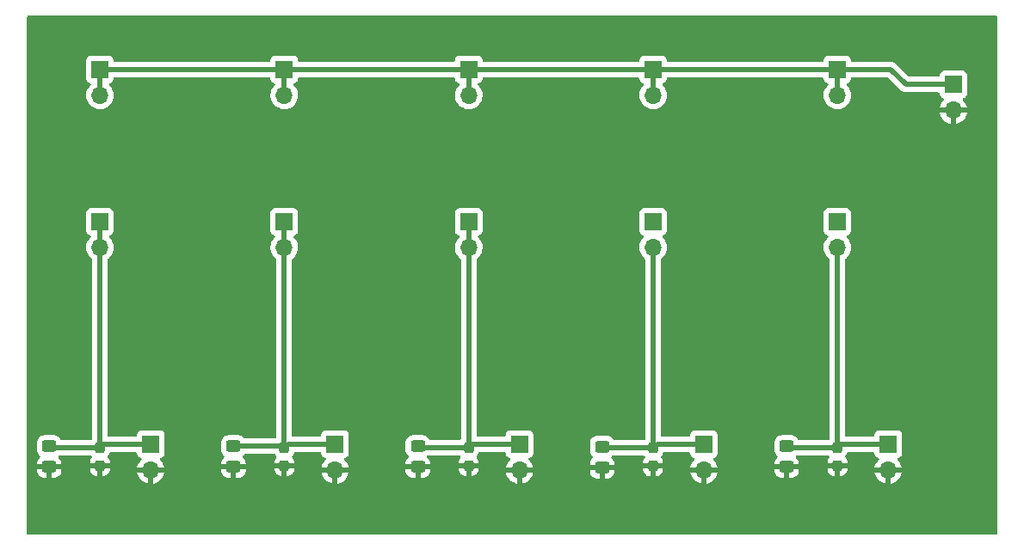
<source format=gbr>
%TF.GenerationSoftware,KiCad,Pcbnew,(6.0.11)*%
%TF.CreationDate,2024-01-05T21:36:46+00:00*%
%TF.ProjectId,LED-RESISTOR-TESTER,4c45442d-5245-4534-9953-544f522d5445,rev?*%
%TF.SameCoordinates,Original*%
%TF.FileFunction,Copper,L1,Top*%
%TF.FilePolarity,Positive*%
%FSLAX46Y46*%
G04 Gerber Fmt 4.6, Leading zero omitted, Abs format (unit mm)*
G04 Created by KiCad (PCBNEW (6.0.11)) date 2024-01-05 21:36:46*
%MOMM*%
%LPD*%
G01*
G04 APERTURE LIST*
G04 Aperture macros list*
%AMRoundRect*
0 Rectangle with rounded corners*
0 $1 Rounding radius*
0 $2 $3 $4 $5 $6 $7 $8 $9 X,Y pos of 4 corners*
0 Add a 4 corners polygon primitive as box body*
4,1,4,$2,$3,$4,$5,$6,$7,$8,$9,$2,$3,0*
0 Add four circle primitives for the rounded corners*
1,1,$1+$1,$2,$3*
1,1,$1+$1,$4,$5*
1,1,$1+$1,$6,$7*
1,1,$1+$1,$8,$9*
0 Add four rect primitives between the rounded corners*
20,1,$1+$1,$2,$3,$4,$5,0*
20,1,$1+$1,$4,$5,$6,$7,0*
20,1,$1+$1,$6,$7,$8,$9,0*
20,1,$1+$1,$8,$9,$2,$3,0*%
G04 Aperture macros list end*
%TA.AperFunction,ComponentPad*%
%ADD10R,1.700000X1.700000*%
%TD*%
%TA.AperFunction,ComponentPad*%
%ADD11O,1.700000X1.700000*%
%TD*%
%TA.AperFunction,SMDPad,CuDef*%
%ADD12RoundRect,0.237500X0.237500X-0.287500X0.237500X0.287500X-0.237500X0.287500X-0.237500X-0.287500X0*%
%TD*%
%TA.AperFunction,SMDPad,CuDef*%
%ADD13RoundRect,0.250000X0.450000X-0.325000X0.450000X0.325000X-0.450000X0.325000X-0.450000X-0.325000X0*%
%TD*%
%TA.AperFunction,Conductor*%
%ADD14C,0.500000*%
%TD*%
G04 APERTURE END LIST*
D10*
%TO.P,J16,1,Pin_1*%
%TO.N,VCC*%
X199980000Y-63480000D03*
D11*
%TO.P,J16,2,Pin_2*%
%TO.N,GND*%
X199980000Y-66020000D03*
%TD*%
D10*
%TO.P,J15,1,Pin_1*%
%TO.N,/LED5*%
X193570000Y-98907500D03*
D11*
%TO.P,J15,2,Pin_2*%
%TO.N,GND*%
X193570000Y-101447500D03*
%TD*%
D10*
%TO.P,J14,1,Pin_1*%
%TO.N,/LED4*%
X175430000Y-98907500D03*
D11*
%TO.P,J14,2,Pin_2*%
%TO.N,GND*%
X175430000Y-101447500D03*
%TD*%
%TO.P,J13,2,Pin_2*%
%TO.N,GND*%
X157290000Y-101447500D03*
D10*
%TO.P,J13,1,Pin_1*%
%TO.N,/LED3*%
X157290000Y-98907500D03*
%TD*%
%TO.P,J12,1,Pin_1*%
%TO.N,/LED2*%
X139150000Y-98907500D03*
D11*
%TO.P,J12,2,Pin_2*%
%TO.N,GND*%
X139150000Y-101447500D03*
%TD*%
D10*
%TO.P,J11,1,Pin_1*%
%TO.N,/LED1*%
X121010000Y-98907500D03*
D11*
%TO.P,J11,2,Pin_2*%
%TO.N,GND*%
X121010000Y-101447500D03*
%TD*%
D10*
%TO.P,J10,1,Pin_1*%
%TO.N,/LED5*%
X188570000Y-76990000D03*
D11*
%TO.P,J10,2,Pin_2*%
X188570000Y-79530000D03*
%TD*%
D10*
%TO.P,J9,1,Pin_1*%
%TO.N,VCC*%
X188570000Y-61990000D03*
D11*
%TO.P,J9,2,Pin_2*%
X188570000Y-64530000D03*
%TD*%
D10*
%TO.P,J8,1,Pin_1*%
%TO.N,/LED4*%
X170430000Y-76990000D03*
D11*
%TO.P,J8,2,Pin_2*%
X170430000Y-79530000D03*
%TD*%
D10*
%TO.P,J7,1,Pin_1*%
%TO.N,VCC*%
X170430000Y-61990000D03*
D11*
%TO.P,J7,2,Pin_2*%
X170430000Y-64530000D03*
%TD*%
D10*
%TO.P,J6,1,Pin_1*%
%TO.N,/LED3*%
X152290000Y-76990000D03*
D11*
%TO.P,J6,2,Pin_2*%
X152290000Y-79530000D03*
%TD*%
D10*
%TO.P,J5,1,Pin_1*%
%TO.N,VCC*%
X152290000Y-61990000D03*
D11*
%TO.P,J5,2,Pin_2*%
X152290000Y-64530000D03*
%TD*%
%TO.P,J4,2,Pin_2*%
%TO.N,/LED2*%
X134150000Y-79530000D03*
D10*
%TO.P,J4,1,Pin_1*%
X134150000Y-76990000D03*
%TD*%
D11*
%TO.P,J3,2,Pin_2*%
%TO.N,VCC*%
X134150000Y-64530000D03*
D10*
%TO.P,J3,1,Pin_1*%
X134150000Y-61990000D03*
%TD*%
%TO.P,J2,1,Pin_1*%
%TO.N,/LED1*%
X116010000Y-76990000D03*
D11*
%TO.P,J2,2,Pin_2*%
X116010000Y-79530000D03*
%TD*%
%TO.P,J1,2,Pin_2*%
%TO.N,VCC*%
X116010000Y-64530000D03*
D10*
%TO.P,J1,1,Pin_1*%
X116010000Y-61990000D03*
%TD*%
D12*
%TO.P,D10,1,K*%
%TO.N,GND*%
X188570000Y-101010000D03*
%TO.P,D10,2,A*%
%TO.N,/LED5*%
X188570000Y-99260000D03*
%TD*%
%TO.P,D8,1,K*%
%TO.N,GND*%
X170430000Y-101050000D03*
%TO.P,D8,2,A*%
%TO.N,/LED4*%
X170430000Y-99300000D03*
%TD*%
%TO.P,D6,2,A*%
%TO.N,/LED3*%
X152290000Y-99260000D03*
%TO.P,D6,1,K*%
%TO.N,GND*%
X152290000Y-101010000D03*
%TD*%
%TO.P,D4,1,K*%
%TO.N,GND*%
X134150000Y-101010000D03*
%TO.P,D4,2,A*%
%TO.N,/LED2*%
X134150000Y-99260000D03*
%TD*%
%TO.P,D2,2,A*%
%TO.N,/LED1*%
X116010000Y-99260000D03*
%TO.P,D2,1,K*%
%TO.N,GND*%
X116010000Y-101010000D03*
%TD*%
D13*
%TO.P,D9,1,K*%
%TO.N,GND*%
X183570000Y-101160000D03*
%TO.P,D9,2,A*%
%TO.N,/LED5*%
X183570000Y-99110000D03*
%TD*%
%TO.P,D7,1,K*%
%TO.N,GND*%
X165430000Y-101200000D03*
%TO.P,D7,2,A*%
%TO.N,/LED4*%
X165430000Y-99150000D03*
%TD*%
%TO.P,D5,2,A*%
%TO.N,/LED3*%
X147290000Y-99110000D03*
%TO.P,D5,1,K*%
%TO.N,GND*%
X147290000Y-101160000D03*
%TD*%
%TO.P,D3,2,A*%
%TO.N,/LED2*%
X129150000Y-99110000D03*
%TO.P,D3,1,K*%
%TO.N,GND*%
X129150000Y-101160000D03*
%TD*%
%TO.P,D1,1,K*%
%TO.N,GND*%
X111010000Y-101160000D03*
%TO.P,D1,2,A*%
%TO.N,/LED1*%
X111010000Y-99110000D03*
%TD*%
D14*
%TO.N,/LED1*%
X111160000Y-99260000D02*
X111010000Y-99110000D01*
X116010000Y-99260000D02*
X111160000Y-99260000D01*
X116362500Y-98907500D02*
X116010000Y-99260000D01*
X121010000Y-98907500D02*
X116362500Y-98907500D01*
%TO.N,/LED2*%
X134000000Y-99110000D02*
X134150000Y-99260000D01*
X129150000Y-99110000D02*
X134000000Y-99110000D01*
X134502500Y-98907500D02*
X134150000Y-99260000D01*
X139150000Y-98907500D02*
X134502500Y-98907500D01*
%TO.N,/LED3*%
X152290000Y-99260000D02*
X147440000Y-99260000D01*
X147440000Y-99260000D02*
X147290000Y-99110000D01*
X157290000Y-98907500D02*
X152642500Y-98907500D01*
X152642500Y-98907500D02*
X152290000Y-99260000D01*
%TO.N,/LED4*%
X165580000Y-99300000D02*
X165430000Y-99150000D01*
X170430000Y-99300000D02*
X165580000Y-99300000D01*
X175430000Y-98907500D02*
X170822500Y-98907500D01*
X170822500Y-98907500D02*
X170430000Y-99300000D01*
%TO.N,/LED5*%
X183720000Y-99260000D02*
X183570000Y-99110000D01*
X188570000Y-99260000D02*
X183720000Y-99260000D01*
X193570000Y-98907500D02*
X188922500Y-98907500D01*
X188922500Y-98907500D02*
X188570000Y-99260000D01*
X188570000Y-79530000D02*
X188570000Y-99260000D01*
%TO.N,/LED4*%
X170430000Y-79530000D02*
X170430000Y-99300000D01*
%TO.N,/LED3*%
X152290000Y-79530000D02*
X152290000Y-99260000D01*
X152290000Y-76990000D02*
X152290000Y-79530000D01*
%TO.N,/LED2*%
X134150000Y-76990000D02*
X134150000Y-79530000D01*
X134150000Y-99260000D02*
X134150000Y-79530000D01*
%TO.N,/LED1*%
X116010000Y-79530000D02*
X116010000Y-99260000D01*
X116010000Y-76990000D02*
X116010000Y-79530000D01*
%TO.N,VCC*%
X193820000Y-61990000D02*
X188570000Y-61990000D01*
X199980000Y-63480000D02*
X195310000Y-63480000D01*
X195310000Y-63480000D02*
X193820000Y-61990000D01*
X188570000Y-64530000D02*
X188570000Y-61990000D01*
X170430000Y-64530000D02*
X170430000Y-61990000D01*
X152290000Y-64530000D02*
X152290000Y-61990000D01*
X134150000Y-64530000D02*
X134150000Y-61990000D01*
X116010000Y-64530000D02*
X116010000Y-61990000D01*
X134150000Y-61990000D02*
X116010000Y-61990000D01*
X152290000Y-61990000D02*
X134150000Y-61990000D01*
X170430000Y-61990000D02*
X152290000Y-61990000D01*
X188570000Y-61990000D02*
X170430000Y-61990000D01*
X199930000Y-63430000D02*
X199980000Y-63480000D01*
%TD*%
%TA.AperFunction,Conductor*%
%TO.N,GND*%
G36*
X204233621Y-56703502D02*
G01*
X204280114Y-56757158D01*
X204291500Y-56809500D01*
X204291500Y-107670500D01*
X204271498Y-107738621D01*
X204217842Y-107785114D01*
X204165500Y-107796500D01*
X108954500Y-107796500D01*
X108886379Y-107776498D01*
X108839886Y-107722842D01*
X108828500Y-107670500D01*
X108828500Y-101532095D01*
X109802001Y-101532095D01*
X109802338Y-101538614D01*
X109812257Y-101634206D01*
X109815149Y-101647600D01*
X109866588Y-101801784D01*
X109872761Y-101814962D01*
X109958063Y-101952807D01*
X109967099Y-101964208D01*
X110081829Y-102078739D01*
X110093240Y-102087751D01*
X110231243Y-102172816D01*
X110244424Y-102178963D01*
X110398710Y-102230138D01*
X110412086Y-102233005D01*
X110506438Y-102242672D01*
X110512854Y-102243000D01*
X110737885Y-102243000D01*
X110753124Y-102238525D01*
X110754329Y-102237135D01*
X110756000Y-102229452D01*
X110756000Y-102224884D01*
X111264000Y-102224884D01*
X111268475Y-102240123D01*
X111269865Y-102241328D01*
X111277548Y-102242999D01*
X111507095Y-102242999D01*
X111513614Y-102242662D01*
X111609206Y-102232743D01*
X111622600Y-102229851D01*
X111776784Y-102178412D01*
X111789962Y-102172239D01*
X111927807Y-102086937D01*
X111939208Y-102077901D01*
X112053739Y-101963171D01*
X112062751Y-101951760D01*
X112147816Y-101813757D01*
X112153963Y-101800576D01*
X112205138Y-101646290D01*
X112208005Y-101632914D01*
X112217672Y-101538562D01*
X112218000Y-101532146D01*
X112218000Y-101432115D01*
X112213525Y-101416876D01*
X112212135Y-101415671D01*
X112204452Y-101414000D01*
X111282115Y-101414000D01*
X111266876Y-101418475D01*
X111265671Y-101419865D01*
X111264000Y-101427548D01*
X111264000Y-102224884D01*
X110756000Y-102224884D01*
X110756000Y-101432115D01*
X110751525Y-101416876D01*
X110750135Y-101415671D01*
X110742452Y-101414000D01*
X109820116Y-101414000D01*
X109804877Y-101418475D01*
X109803672Y-101419865D01*
X109802001Y-101427548D01*
X109802001Y-101532095D01*
X108828500Y-101532095D01*
X108828500Y-101343766D01*
X115027000Y-101343766D01*
X115027337Y-101350282D01*
X115037075Y-101444132D01*
X115039968Y-101457528D01*
X115090488Y-101608953D01*
X115096653Y-101622115D01*
X115180426Y-101757492D01*
X115189460Y-101768890D01*
X115302129Y-101881363D01*
X115313540Y-101890375D01*
X115449063Y-101973912D01*
X115462241Y-101980056D01*
X115613766Y-102030315D01*
X115627132Y-102033181D01*
X115719770Y-102042672D01*
X115726185Y-102043000D01*
X115737885Y-102043000D01*
X115753124Y-102038525D01*
X115754329Y-102037135D01*
X115756000Y-102029452D01*
X115756000Y-102024885D01*
X116264000Y-102024885D01*
X116268475Y-102040124D01*
X116269865Y-102041329D01*
X116277548Y-102043000D01*
X116293766Y-102043000D01*
X116300282Y-102042663D01*
X116394132Y-102032925D01*
X116407528Y-102030032D01*
X116558953Y-101979512D01*
X116572115Y-101973347D01*
X116707492Y-101889574D01*
X116718890Y-101880540D01*
X116831363Y-101767871D01*
X116840375Y-101756460D01*
X116865644Y-101715466D01*
X119678257Y-101715466D01*
X119708565Y-101849946D01*
X119711645Y-101859775D01*
X119791770Y-102057103D01*
X119796413Y-102066294D01*
X119907694Y-102247888D01*
X119913777Y-102256199D01*
X120053213Y-102417167D01*
X120060580Y-102424383D01*
X120224434Y-102560416D01*
X120232881Y-102566331D01*
X120416756Y-102673779D01*
X120426042Y-102678229D01*
X120625001Y-102754203D01*
X120634899Y-102757079D01*
X120738250Y-102778106D01*
X120752299Y-102776910D01*
X120756000Y-102766565D01*
X120756000Y-102766017D01*
X121264000Y-102766017D01*
X121268064Y-102779859D01*
X121281478Y-102781893D01*
X121288184Y-102781034D01*
X121298262Y-102778892D01*
X121502255Y-102717691D01*
X121511842Y-102713933D01*
X121703095Y-102620239D01*
X121711945Y-102614964D01*
X121885328Y-102491292D01*
X121893200Y-102484639D01*
X122044052Y-102334312D01*
X122050730Y-102326465D01*
X122175003Y-102153520D01*
X122180313Y-102144683D01*
X122274670Y-101953767D01*
X122278469Y-101944172D01*
X122340377Y-101740410D01*
X122342555Y-101730337D01*
X122343986Y-101719462D01*
X122341775Y-101705278D01*
X122328617Y-101701500D01*
X121282115Y-101701500D01*
X121266876Y-101705975D01*
X121265671Y-101707365D01*
X121264000Y-101715048D01*
X121264000Y-102766017D01*
X120756000Y-102766017D01*
X120756000Y-101719615D01*
X120751525Y-101704376D01*
X120750135Y-101703171D01*
X120742452Y-101701500D01*
X119693225Y-101701500D01*
X119679694Y-101705473D01*
X119678257Y-101715466D01*
X116865644Y-101715466D01*
X116923912Y-101620937D01*
X116930056Y-101607759D01*
X116955153Y-101532095D01*
X127942001Y-101532095D01*
X127942338Y-101538614D01*
X127952257Y-101634206D01*
X127955149Y-101647600D01*
X128006588Y-101801784D01*
X128012761Y-101814962D01*
X128098063Y-101952807D01*
X128107099Y-101964208D01*
X128221829Y-102078739D01*
X128233240Y-102087751D01*
X128371243Y-102172816D01*
X128384424Y-102178963D01*
X128538710Y-102230138D01*
X128552086Y-102233005D01*
X128646438Y-102242672D01*
X128652854Y-102243000D01*
X128877885Y-102243000D01*
X128893124Y-102238525D01*
X128894329Y-102237135D01*
X128896000Y-102229452D01*
X128896000Y-102224884D01*
X129404000Y-102224884D01*
X129408475Y-102240123D01*
X129409865Y-102241328D01*
X129417548Y-102242999D01*
X129647095Y-102242999D01*
X129653614Y-102242662D01*
X129749206Y-102232743D01*
X129762600Y-102229851D01*
X129916784Y-102178412D01*
X129929962Y-102172239D01*
X130067807Y-102086937D01*
X130079208Y-102077901D01*
X130193739Y-101963171D01*
X130202751Y-101951760D01*
X130287816Y-101813757D01*
X130293963Y-101800576D01*
X130345138Y-101646290D01*
X130348005Y-101632914D01*
X130357672Y-101538562D01*
X130358000Y-101532146D01*
X130358000Y-101432115D01*
X130353525Y-101416876D01*
X130352135Y-101415671D01*
X130344452Y-101414000D01*
X129422115Y-101414000D01*
X129406876Y-101418475D01*
X129405671Y-101419865D01*
X129404000Y-101427548D01*
X129404000Y-102224884D01*
X128896000Y-102224884D01*
X128896000Y-101432115D01*
X128891525Y-101416876D01*
X128890135Y-101415671D01*
X128882452Y-101414000D01*
X127960116Y-101414000D01*
X127944877Y-101418475D01*
X127943672Y-101419865D01*
X127942001Y-101427548D01*
X127942001Y-101532095D01*
X116955153Y-101532095D01*
X116980315Y-101456234D01*
X116983181Y-101442868D01*
X116992672Y-101350230D01*
X116993000Y-101343815D01*
X116993000Y-101343766D01*
X133167000Y-101343766D01*
X133167337Y-101350282D01*
X133177075Y-101444132D01*
X133179968Y-101457528D01*
X133230488Y-101608953D01*
X133236653Y-101622115D01*
X133320426Y-101757492D01*
X133329460Y-101768890D01*
X133442129Y-101881363D01*
X133453540Y-101890375D01*
X133589063Y-101973912D01*
X133602241Y-101980056D01*
X133753766Y-102030315D01*
X133767132Y-102033181D01*
X133859770Y-102042672D01*
X133866185Y-102043000D01*
X133877885Y-102043000D01*
X133893124Y-102038525D01*
X133894329Y-102037135D01*
X133896000Y-102029452D01*
X133896000Y-102024885D01*
X134404000Y-102024885D01*
X134408475Y-102040124D01*
X134409865Y-102041329D01*
X134417548Y-102043000D01*
X134433766Y-102043000D01*
X134440282Y-102042663D01*
X134534132Y-102032925D01*
X134547528Y-102030032D01*
X134698953Y-101979512D01*
X134712115Y-101973347D01*
X134847492Y-101889574D01*
X134858890Y-101880540D01*
X134971363Y-101767871D01*
X134980375Y-101756460D01*
X135005644Y-101715466D01*
X137818257Y-101715466D01*
X137848565Y-101849946D01*
X137851645Y-101859775D01*
X137931770Y-102057103D01*
X137936413Y-102066294D01*
X138047694Y-102247888D01*
X138053777Y-102256199D01*
X138193213Y-102417167D01*
X138200580Y-102424383D01*
X138364434Y-102560416D01*
X138372881Y-102566331D01*
X138556756Y-102673779D01*
X138566042Y-102678229D01*
X138765001Y-102754203D01*
X138774899Y-102757079D01*
X138878250Y-102778106D01*
X138892299Y-102776910D01*
X138896000Y-102766565D01*
X138896000Y-102766017D01*
X139404000Y-102766017D01*
X139408064Y-102779859D01*
X139421478Y-102781893D01*
X139428184Y-102781034D01*
X139438262Y-102778892D01*
X139642255Y-102717691D01*
X139651842Y-102713933D01*
X139843095Y-102620239D01*
X139851945Y-102614964D01*
X140025328Y-102491292D01*
X140033200Y-102484639D01*
X140184052Y-102334312D01*
X140190730Y-102326465D01*
X140315003Y-102153520D01*
X140320313Y-102144683D01*
X140414670Y-101953767D01*
X140418469Y-101944172D01*
X140480377Y-101740410D01*
X140482555Y-101730337D01*
X140483986Y-101719462D01*
X140481775Y-101705278D01*
X140468617Y-101701500D01*
X139422115Y-101701500D01*
X139406876Y-101705975D01*
X139405671Y-101707365D01*
X139404000Y-101715048D01*
X139404000Y-102766017D01*
X138896000Y-102766017D01*
X138896000Y-101719615D01*
X138891525Y-101704376D01*
X138890135Y-101703171D01*
X138882452Y-101701500D01*
X137833225Y-101701500D01*
X137819694Y-101705473D01*
X137818257Y-101715466D01*
X135005644Y-101715466D01*
X135063912Y-101620937D01*
X135070056Y-101607759D01*
X135095153Y-101532095D01*
X146082001Y-101532095D01*
X146082338Y-101538614D01*
X146092257Y-101634206D01*
X146095149Y-101647600D01*
X146146588Y-101801784D01*
X146152761Y-101814962D01*
X146238063Y-101952807D01*
X146247099Y-101964208D01*
X146361829Y-102078739D01*
X146373240Y-102087751D01*
X146511243Y-102172816D01*
X146524424Y-102178963D01*
X146678710Y-102230138D01*
X146692086Y-102233005D01*
X146786438Y-102242672D01*
X146792854Y-102243000D01*
X147017885Y-102243000D01*
X147033124Y-102238525D01*
X147034329Y-102237135D01*
X147036000Y-102229452D01*
X147036000Y-102224884D01*
X147544000Y-102224884D01*
X147548475Y-102240123D01*
X147549865Y-102241328D01*
X147557548Y-102242999D01*
X147787095Y-102242999D01*
X147793614Y-102242662D01*
X147889206Y-102232743D01*
X147902600Y-102229851D01*
X148056784Y-102178412D01*
X148069962Y-102172239D01*
X148207807Y-102086937D01*
X148219208Y-102077901D01*
X148333739Y-101963171D01*
X148342751Y-101951760D01*
X148427816Y-101813757D01*
X148433963Y-101800576D01*
X148485138Y-101646290D01*
X148488005Y-101632914D01*
X148497672Y-101538562D01*
X148498000Y-101532146D01*
X148498000Y-101432115D01*
X148493525Y-101416876D01*
X148492135Y-101415671D01*
X148484452Y-101414000D01*
X147562115Y-101414000D01*
X147546876Y-101418475D01*
X147545671Y-101419865D01*
X147544000Y-101427548D01*
X147544000Y-102224884D01*
X147036000Y-102224884D01*
X147036000Y-101432115D01*
X147031525Y-101416876D01*
X147030135Y-101415671D01*
X147022452Y-101414000D01*
X146100116Y-101414000D01*
X146084877Y-101418475D01*
X146083672Y-101419865D01*
X146082001Y-101427548D01*
X146082001Y-101532095D01*
X135095153Y-101532095D01*
X135120315Y-101456234D01*
X135123181Y-101442868D01*
X135132672Y-101350230D01*
X135133000Y-101343815D01*
X135133000Y-101343766D01*
X151307000Y-101343766D01*
X151307337Y-101350282D01*
X151317075Y-101444132D01*
X151319968Y-101457528D01*
X151370488Y-101608953D01*
X151376653Y-101622115D01*
X151460426Y-101757492D01*
X151469460Y-101768890D01*
X151582129Y-101881363D01*
X151593540Y-101890375D01*
X151729063Y-101973912D01*
X151742241Y-101980056D01*
X151893766Y-102030315D01*
X151907132Y-102033181D01*
X151999770Y-102042672D01*
X152006185Y-102043000D01*
X152017885Y-102043000D01*
X152033124Y-102038525D01*
X152034329Y-102037135D01*
X152036000Y-102029452D01*
X152036000Y-102024885D01*
X152544000Y-102024885D01*
X152548475Y-102040124D01*
X152549865Y-102041329D01*
X152557548Y-102043000D01*
X152573766Y-102043000D01*
X152580282Y-102042663D01*
X152674132Y-102032925D01*
X152687528Y-102030032D01*
X152838953Y-101979512D01*
X152852115Y-101973347D01*
X152987492Y-101889574D01*
X152998890Y-101880540D01*
X153111363Y-101767871D01*
X153120375Y-101756460D01*
X153145644Y-101715466D01*
X155958257Y-101715466D01*
X155988565Y-101849946D01*
X155991645Y-101859775D01*
X156071770Y-102057103D01*
X156076413Y-102066294D01*
X156187694Y-102247888D01*
X156193777Y-102256199D01*
X156333213Y-102417167D01*
X156340580Y-102424383D01*
X156504434Y-102560416D01*
X156512881Y-102566331D01*
X156696756Y-102673779D01*
X156706042Y-102678229D01*
X156905001Y-102754203D01*
X156914899Y-102757079D01*
X157018250Y-102778106D01*
X157032299Y-102776910D01*
X157036000Y-102766565D01*
X157036000Y-102766017D01*
X157544000Y-102766017D01*
X157548064Y-102779859D01*
X157561478Y-102781893D01*
X157568184Y-102781034D01*
X157578262Y-102778892D01*
X157782255Y-102717691D01*
X157791842Y-102713933D01*
X157983095Y-102620239D01*
X157991945Y-102614964D01*
X158165328Y-102491292D01*
X158173200Y-102484639D01*
X158324052Y-102334312D01*
X158330730Y-102326465D01*
X158455003Y-102153520D01*
X158460313Y-102144683D01*
X158554670Y-101953767D01*
X158558469Y-101944172D01*
X158620377Y-101740410D01*
X158622555Y-101730337D01*
X158623986Y-101719462D01*
X158621775Y-101705278D01*
X158608617Y-101701500D01*
X157562115Y-101701500D01*
X157546876Y-101705975D01*
X157545671Y-101707365D01*
X157544000Y-101715048D01*
X157544000Y-102766017D01*
X157036000Y-102766017D01*
X157036000Y-101719615D01*
X157031525Y-101704376D01*
X157030135Y-101703171D01*
X157022452Y-101701500D01*
X155973225Y-101701500D01*
X155959694Y-101705473D01*
X155958257Y-101715466D01*
X153145644Y-101715466D01*
X153203912Y-101620937D01*
X153210056Y-101607759D01*
X153221885Y-101572095D01*
X164222001Y-101572095D01*
X164222338Y-101578614D01*
X164232257Y-101674206D01*
X164235149Y-101687600D01*
X164286588Y-101841784D01*
X164292761Y-101854962D01*
X164378063Y-101992807D01*
X164387099Y-102004208D01*
X164501829Y-102118739D01*
X164513240Y-102127751D01*
X164651243Y-102212816D01*
X164664424Y-102218963D01*
X164818710Y-102270138D01*
X164832086Y-102273005D01*
X164926438Y-102282672D01*
X164932854Y-102283000D01*
X165157885Y-102283000D01*
X165173124Y-102278525D01*
X165174329Y-102277135D01*
X165176000Y-102269452D01*
X165176000Y-102264884D01*
X165684000Y-102264884D01*
X165688475Y-102280123D01*
X165689865Y-102281328D01*
X165697548Y-102282999D01*
X165927095Y-102282999D01*
X165933614Y-102282662D01*
X166029206Y-102272743D01*
X166042600Y-102269851D01*
X166196784Y-102218412D01*
X166209962Y-102212239D01*
X166347807Y-102126937D01*
X166359208Y-102117901D01*
X166473739Y-102003171D01*
X166482751Y-101991760D01*
X166567816Y-101853757D01*
X166573963Y-101840576D01*
X166625138Y-101686290D01*
X166628005Y-101672914D01*
X166637672Y-101578562D01*
X166638000Y-101572146D01*
X166638000Y-101472115D01*
X166633525Y-101456876D01*
X166632135Y-101455671D01*
X166624452Y-101454000D01*
X165702115Y-101454000D01*
X165686876Y-101458475D01*
X165685671Y-101459865D01*
X165684000Y-101467548D01*
X165684000Y-102264884D01*
X165176000Y-102264884D01*
X165176000Y-101472115D01*
X165171525Y-101456876D01*
X165170135Y-101455671D01*
X165162452Y-101454000D01*
X164240116Y-101454000D01*
X164224877Y-101458475D01*
X164223672Y-101459865D01*
X164222001Y-101467548D01*
X164222001Y-101572095D01*
X153221885Y-101572095D01*
X153260315Y-101456234D01*
X153263181Y-101442868D01*
X153269236Y-101383766D01*
X169447000Y-101383766D01*
X169447337Y-101390282D01*
X169457075Y-101484132D01*
X169459968Y-101497528D01*
X169510488Y-101648953D01*
X169516653Y-101662115D01*
X169600426Y-101797492D01*
X169609460Y-101808890D01*
X169722129Y-101921363D01*
X169733540Y-101930375D01*
X169869063Y-102013912D01*
X169882241Y-102020056D01*
X170033766Y-102070315D01*
X170047132Y-102073181D01*
X170139770Y-102082672D01*
X170146185Y-102083000D01*
X170157885Y-102083000D01*
X170173124Y-102078525D01*
X170174329Y-102077135D01*
X170176000Y-102069452D01*
X170176000Y-102064885D01*
X170684000Y-102064885D01*
X170688475Y-102080124D01*
X170689865Y-102081329D01*
X170697548Y-102083000D01*
X170713766Y-102083000D01*
X170720282Y-102082663D01*
X170814132Y-102072925D01*
X170827528Y-102070032D01*
X170978953Y-102019512D01*
X170992115Y-102013347D01*
X171127492Y-101929574D01*
X171138890Y-101920540D01*
X171251363Y-101807871D01*
X171260375Y-101796460D01*
X171310300Y-101715466D01*
X174098257Y-101715466D01*
X174128565Y-101849946D01*
X174131645Y-101859775D01*
X174211770Y-102057103D01*
X174216413Y-102066294D01*
X174327694Y-102247888D01*
X174333777Y-102256199D01*
X174473213Y-102417167D01*
X174480580Y-102424383D01*
X174644434Y-102560416D01*
X174652881Y-102566331D01*
X174836756Y-102673779D01*
X174846042Y-102678229D01*
X175045001Y-102754203D01*
X175054899Y-102757079D01*
X175158250Y-102778106D01*
X175172299Y-102776910D01*
X175176000Y-102766565D01*
X175176000Y-102766017D01*
X175684000Y-102766017D01*
X175688064Y-102779859D01*
X175701478Y-102781893D01*
X175708184Y-102781034D01*
X175718262Y-102778892D01*
X175922255Y-102717691D01*
X175931842Y-102713933D01*
X176123095Y-102620239D01*
X176131945Y-102614964D01*
X176305328Y-102491292D01*
X176313200Y-102484639D01*
X176464052Y-102334312D01*
X176470730Y-102326465D01*
X176595003Y-102153520D01*
X176600313Y-102144683D01*
X176694670Y-101953767D01*
X176698469Y-101944172D01*
X176760377Y-101740410D01*
X176762555Y-101730337D01*
X176763986Y-101719462D01*
X176761775Y-101705278D01*
X176748617Y-101701500D01*
X175702115Y-101701500D01*
X175686876Y-101705975D01*
X175685671Y-101707365D01*
X175684000Y-101715048D01*
X175684000Y-102766017D01*
X175176000Y-102766017D01*
X175176000Y-101719615D01*
X175171525Y-101704376D01*
X175170135Y-101703171D01*
X175162452Y-101701500D01*
X174113225Y-101701500D01*
X174099694Y-101705473D01*
X174098257Y-101715466D01*
X171310300Y-101715466D01*
X171343912Y-101660937D01*
X171350056Y-101647759D01*
X171388420Y-101532095D01*
X182362001Y-101532095D01*
X182362338Y-101538614D01*
X182372257Y-101634206D01*
X182375149Y-101647600D01*
X182426588Y-101801784D01*
X182432761Y-101814962D01*
X182518063Y-101952807D01*
X182527099Y-101964208D01*
X182641829Y-102078739D01*
X182653240Y-102087751D01*
X182791243Y-102172816D01*
X182804424Y-102178963D01*
X182958710Y-102230138D01*
X182972086Y-102233005D01*
X183066438Y-102242672D01*
X183072854Y-102243000D01*
X183297885Y-102243000D01*
X183313124Y-102238525D01*
X183314329Y-102237135D01*
X183316000Y-102229452D01*
X183316000Y-102224884D01*
X183824000Y-102224884D01*
X183828475Y-102240123D01*
X183829865Y-102241328D01*
X183837548Y-102242999D01*
X184067095Y-102242999D01*
X184073614Y-102242662D01*
X184169206Y-102232743D01*
X184182600Y-102229851D01*
X184336784Y-102178412D01*
X184349962Y-102172239D01*
X184487807Y-102086937D01*
X184499208Y-102077901D01*
X184613739Y-101963171D01*
X184622751Y-101951760D01*
X184707816Y-101813757D01*
X184713963Y-101800576D01*
X184765138Y-101646290D01*
X184768005Y-101632914D01*
X184777672Y-101538562D01*
X184778000Y-101532146D01*
X184778000Y-101432115D01*
X184773525Y-101416876D01*
X184772135Y-101415671D01*
X184764452Y-101414000D01*
X183842115Y-101414000D01*
X183826876Y-101418475D01*
X183825671Y-101419865D01*
X183824000Y-101427548D01*
X183824000Y-102224884D01*
X183316000Y-102224884D01*
X183316000Y-101432115D01*
X183311525Y-101416876D01*
X183310135Y-101415671D01*
X183302452Y-101414000D01*
X182380116Y-101414000D01*
X182364877Y-101418475D01*
X182363672Y-101419865D01*
X182362001Y-101427548D01*
X182362001Y-101532095D01*
X171388420Y-101532095D01*
X171400315Y-101496234D01*
X171403181Y-101482868D01*
X171412672Y-101390230D01*
X171413000Y-101383815D01*
X171413000Y-101343766D01*
X187587000Y-101343766D01*
X187587337Y-101350282D01*
X187597075Y-101444132D01*
X187599968Y-101457528D01*
X187650488Y-101608953D01*
X187656653Y-101622115D01*
X187740426Y-101757492D01*
X187749460Y-101768890D01*
X187862129Y-101881363D01*
X187873540Y-101890375D01*
X188009063Y-101973912D01*
X188022241Y-101980056D01*
X188173766Y-102030315D01*
X188187132Y-102033181D01*
X188279770Y-102042672D01*
X188286185Y-102043000D01*
X188297885Y-102043000D01*
X188313124Y-102038525D01*
X188314329Y-102037135D01*
X188316000Y-102029452D01*
X188316000Y-102024885D01*
X188824000Y-102024885D01*
X188828475Y-102040124D01*
X188829865Y-102041329D01*
X188837548Y-102043000D01*
X188853766Y-102043000D01*
X188860282Y-102042663D01*
X188954132Y-102032925D01*
X188967528Y-102030032D01*
X189118953Y-101979512D01*
X189132115Y-101973347D01*
X189267492Y-101889574D01*
X189278890Y-101880540D01*
X189391363Y-101767871D01*
X189400375Y-101756460D01*
X189425644Y-101715466D01*
X192238257Y-101715466D01*
X192268565Y-101849946D01*
X192271645Y-101859775D01*
X192351770Y-102057103D01*
X192356413Y-102066294D01*
X192467694Y-102247888D01*
X192473777Y-102256199D01*
X192613213Y-102417167D01*
X192620580Y-102424383D01*
X192784434Y-102560416D01*
X192792881Y-102566331D01*
X192976756Y-102673779D01*
X192986042Y-102678229D01*
X193185001Y-102754203D01*
X193194899Y-102757079D01*
X193298250Y-102778106D01*
X193312299Y-102776910D01*
X193316000Y-102766565D01*
X193316000Y-102766017D01*
X193824000Y-102766017D01*
X193828064Y-102779859D01*
X193841478Y-102781893D01*
X193848184Y-102781034D01*
X193858262Y-102778892D01*
X194062255Y-102717691D01*
X194071842Y-102713933D01*
X194263095Y-102620239D01*
X194271945Y-102614964D01*
X194445328Y-102491292D01*
X194453200Y-102484639D01*
X194604052Y-102334312D01*
X194610730Y-102326465D01*
X194735003Y-102153520D01*
X194740313Y-102144683D01*
X194834670Y-101953767D01*
X194838469Y-101944172D01*
X194900377Y-101740410D01*
X194902555Y-101730337D01*
X194903986Y-101719462D01*
X194901775Y-101705278D01*
X194888617Y-101701500D01*
X193842115Y-101701500D01*
X193826876Y-101705975D01*
X193825671Y-101707365D01*
X193824000Y-101715048D01*
X193824000Y-102766017D01*
X193316000Y-102766017D01*
X193316000Y-101719615D01*
X193311525Y-101704376D01*
X193310135Y-101703171D01*
X193302452Y-101701500D01*
X192253225Y-101701500D01*
X192239694Y-101705473D01*
X192238257Y-101715466D01*
X189425644Y-101715466D01*
X189483912Y-101620937D01*
X189490056Y-101607759D01*
X189540315Y-101456234D01*
X189543181Y-101442868D01*
X189552672Y-101350230D01*
X189553000Y-101343815D01*
X189553000Y-101282115D01*
X189548525Y-101266876D01*
X189547135Y-101265671D01*
X189539452Y-101264000D01*
X188842115Y-101264000D01*
X188826876Y-101268475D01*
X188825671Y-101269865D01*
X188824000Y-101277548D01*
X188824000Y-102024885D01*
X188316000Y-102024885D01*
X188316000Y-101282115D01*
X188311525Y-101266876D01*
X188310135Y-101265671D01*
X188302452Y-101264000D01*
X187605115Y-101264000D01*
X187589876Y-101268475D01*
X187588671Y-101269865D01*
X187587000Y-101277548D01*
X187587000Y-101343766D01*
X171413000Y-101343766D01*
X171413000Y-101322115D01*
X171408525Y-101306876D01*
X171407135Y-101305671D01*
X171399452Y-101304000D01*
X170702115Y-101304000D01*
X170686876Y-101308475D01*
X170685671Y-101309865D01*
X170684000Y-101317548D01*
X170684000Y-102064885D01*
X170176000Y-102064885D01*
X170176000Y-101322115D01*
X170171525Y-101306876D01*
X170170135Y-101305671D01*
X170162452Y-101304000D01*
X169465115Y-101304000D01*
X169449876Y-101308475D01*
X169448671Y-101309865D01*
X169447000Y-101317548D01*
X169447000Y-101383766D01*
X153269236Y-101383766D01*
X153272672Y-101350230D01*
X153273000Y-101343815D01*
X153273000Y-101282115D01*
X153268525Y-101266876D01*
X153267135Y-101265671D01*
X153259452Y-101264000D01*
X152562115Y-101264000D01*
X152546876Y-101268475D01*
X152545671Y-101269865D01*
X152544000Y-101277548D01*
X152544000Y-102024885D01*
X152036000Y-102024885D01*
X152036000Y-101282115D01*
X152031525Y-101266876D01*
X152030135Y-101265671D01*
X152022452Y-101264000D01*
X151325115Y-101264000D01*
X151309876Y-101268475D01*
X151308671Y-101269865D01*
X151307000Y-101277548D01*
X151307000Y-101343766D01*
X135133000Y-101343766D01*
X135133000Y-101282115D01*
X135128525Y-101266876D01*
X135127135Y-101265671D01*
X135119452Y-101264000D01*
X134422115Y-101264000D01*
X134406876Y-101268475D01*
X134405671Y-101269865D01*
X134404000Y-101277548D01*
X134404000Y-102024885D01*
X133896000Y-102024885D01*
X133896000Y-101282115D01*
X133891525Y-101266876D01*
X133890135Y-101265671D01*
X133882452Y-101264000D01*
X133185115Y-101264000D01*
X133169876Y-101268475D01*
X133168671Y-101269865D01*
X133167000Y-101277548D01*
X133167000Y-101343766D01*
X116993000Y-101343766D01*
X116993000Y-101282115D01*
X116988525Y-101266876D01*
X116987135Y-101265671D01*
X116979452Y-101264000D01*
X116282115Y-101264000D01*
X116266876Y-101268475D01*
X116265671Y-101269865D01*
X116264000Y-101277548D01*
X116264000Y-102024885D01*
X115756000Y-102024885D01*
X115756000Y-101282115D01*
X115751525Y-101266876D01*
X115750135Y-101265671D01*
X115742452Y-101264000D01*
X115045115Y-101264000D01*
X115029876Y-101268475D01*
X115028671Y-101269865D01*
X115027000Y-101277548D01*
X115027000Y-101343766D01*
X108828500Y-101343766D01*
X108828500Y-99485400D01*
X109801500Y-99485400D01*
X109801837Y-99488646D01*
X109801837Y-99488650D01*
X109805988Y-99528650D01*
X109812474Y-99591166D01*
X109868450Y-99758946D01*
X109961522Y-99909348D01*
X110086697Y-100034305D01*
X110091235Y-100037102D01*
X110131824Y-100094353D01*
X110135054Y-100165276D01*
X110099428Y-100226687D01*
X110090932Y-100234062D01*
X110080793Y-100242098D01*
X109966261Y-100356829D01*
X109957249Y-100368240D01*
X109872184Y-100506243D01*
X109866037Y-100519424D01*
X109814862Y-100673710D01*
X109811995Y-100687086D01*
X109802328Y-100781438D01*
X109802000Y-100787855D01*
X109802000Y-100887885D01*
X109806475Y-100903124D01*
X109807865Y-100904329D01*
X109815548Y-100906000D01*
X112199884Y-100906000D01*
X112215123Y-100901525D01*
X112216328Y-100900135D01*
X112217999Y-100892452D01*
X112217999Y-100787905D01*
X112217662Y-100781386D01*
X112207743Y-100685794D01*
X112204851Y-100672400D01*
X112153412Y-100518216D01*
X112147239Y-100505038D01*
X112061937Y-100367193D01*
X112052901Y-100355792D01*
X111932991Y-100236090D01*
X111934566Y-100234512D01*
X111899791Y-100185456D01*
X111896564Y-100114533D01*
X111932194Y-100053124D01*
X111995368Y-100020726D01*
X112018949Y-100018500D01*
X115118043Y-100018500D01*
X115186164Y-100038502D01*
X115232657Y-100092158D01*
X115242761Y-100162432D01*
X115213267Y-100227012D01*
X115207215Y-100233519D01*
X115188637Y-100252129D01*
X115179625Y-100263540D01*
X115096088Y-100399063D01*
X115089944Y-100412241D01*
X115039685Y-100563766D01*
X115036819Y-100577132D01*
X115027328Y-100669770D01*
X115027000Y-100676185D01*
X115027000Y-100737885D01*
X115031475Y-100753124D01*
X115032865Y-100754329D01*
X115040548Y-100756000D01*
X116974885Y-100756000D01*
X116990124Y-100751525D01*
X116991329Y-100750135D01*
X116993000Y-100742452D01*
X116993000Y-100676234D01*
X116992663Y-100669718D01*
X116982925Y-100575868D01*
X116980032Y-100562472D01*
X116929512Y-100411047D01*
X116923347Y-100397885D01*
X116839574Y-100262508D01*
X116830536Y-100251105D01*
X116803860Y-100224475D01*
X116769781Y-100162193D01*
X116774784Y-100091373D01*
X116803705Y-100046285D01*
X116811475Y-100038502D01*
X116836929Y-100013003D01*
X116880006Y-99943120D01*
X116924369Y-99871150D01*
X116924370Y-99871148D01*
X116928209Y-99864920D01*
X116965553Y-99752332D01*
X117005984Y-99693973D01*
X117071548Y-99666736D01*
X117085146Y-99666000D01*
X119525500Y-99666000D01*
X119593621Y-99686002D01*
X119640114Y-99739658D01*
X119651500Y-99791998D01*
X119651500Y-99805634D01*
X119658255Y-99867816D01*
X119709385Y-100004205D01*
X119796739Y-100120761D01*
X119913295Y-100208115D01*
X119921704Y-100211267D01*
X119921705Y-100211268D01*
X120030960Y-100252226D01*
X120087725Y-100294867D01*
X120112425Y-100361429D01*
X120097218Y-100430778D01*
X120077825Y-100457259D01*
X119954590Y-100586217D01*
X119948104Y-100594227D01*
X119828098Y-100770149D01*
X119823000Y-100779123D01*
X119733338Y-100972283D01*
X119729775Y-100981970D01*
X119674389Y-101181683D01*
X119675912Y-101190107D01*
X119688292Y-101193500D01*
X122328344Y-101193500D01*
X122341875Y-101189527D01*
X122343180Y-101180447D01*
X122301214Y-101013375D01*
X122297894Y-101003624D01*
X122212972Y-100808314D01*
X122208105Y-100799239D01*
X122092426Y-100620426D01*
X122086136Y-100612257D01*
X121942293Y-100454177D01*
X121911241Y-100390331D01*
X121919635Y-100319833D01*
X121964812Y-100265064D01*
X121991256Y-100251395D01*
X122098297Y-100211267D01*
X122106705Y-100208115D01*
X122223261Y-100120761D01*
X122310615Y-100004205D01*
X122361745Y-99867816D01*
X122368500Y-99805634D01*
X122368500Y-99485400D01*
X127941500Y-99485400D01*
X127941837Y-99488646D01*
X127941837Y-99488650D01*
X127945988Y-99528650D01*
X127952474Y-99591166D01*
X128008450Y-99758946D01*
X128101522Y-99909348D01*
X128226697Y-100034305D01*
X128231235Y-100037102D01*
X128271824Y-100094353D01*
X128275054Y-100165276D01*
X128239428Y-100226687D01*
X128230932Y-100234062D01*
X128220793Y-100242098D01*
X128106261Y-100356829D01*
X128097249Y-100368240D01*
X128012184Y-100506243D01*
X128006037Y-100519424D01*
X127954862Y-100673710D01*
X127951995Y-100687086D01*
X127942328Y-100781438D01*
X127942000Y-100787855D01*
X127942000Y-100887885D01*
X127946475Y-100903124D01*
X127947865Y-100904329D01*
X127955548Y-100906000D01*
X130339884Y-100906000D01*
X130355123Y-100901525D01*
X130356328Y-100900135D01*
X130357999Y-100892452D01*
X130357999Y-100787905D01*
X130357662Y-100781386D01*
X130347743Y-100685794D01*
X130344851Y-100672400D01*
X130293412Y-100518216D01*
X130287239Y-100505038D01*
X130201937Y-100367193D01*
X130192901Y-100355792D01*
X130078172Y-100241262D01*
X130069238Y-100234206D01*
X130028177Y-100176288D01*
X130024947Y-100105365D01*
X130060574Y-100043954D01*
X130068407Y-100037154D01*
X130074348Y-100033478D01*
X130101008Y-100006772D01*
X130199305Y-99908303D01*
X130200945Y-99909941D01*
X130249744Y-99875344D01*
X130290706Y-99868500D01*
X133163624Y-99868500D01*
X133231745Y-99888502D01*
X133270768Y-99928197D01*
X133319392Y-100006772D01*
X133323884Y-100014031D01*
X133356141Y-100046231D01*
X133390220Y-100108512D01*
X133385218Y-100179332D01*
X133356296Y-100224422D01*
X133328637Y-100252129D01*
X133319625Y-100263540D01*
X133236088Y-100399063D01*
X133229944Y-100412241D01*
X133179685Y-100563766D01*
X133176819Y-100577132D01*
X133167328Y-100669770D01*
X133167000Y-100676185D01*
X133167000Y-100737885D01*
X133171475Y-100753124D01*
X133172865Y-100754329D01*
X133180548Y-100756000D01*
X135114885Y-100756000D01*
X135130124Y-100751525D01*
X135131329Y-100750135D01*
X135133000Y-100742452D01*
X135133000Y-100676234D01*
X135132663Y-100669718D01*
X135122925Y-100575868D01*
X135120032Y-100562472D01*
X135069512Y-100411047D01*
X135063347Y-100397885D01*
X134979574Y-100262508D01*
X134970536Y-100251105D01*
X134943860Y-100224475D01*
X134909781Y-100162193D01*
X134914784Y-100091373D01*
X134943705Y-100046285D01*
X134951475Y-100038502D01*
X134976929Y-100013003D01*
X135020006Y-99943120D01*
X135064369Y-99871150D01*
X135064370Y-99871148D01*
X135068209Y-99864920D01*
X135105553Y-99752332D01*
X135145984Y-99693973D01*
X135211548Y-99666736D01*
X135225146Y-99666000D01*
X137665500Y-99666000D01*
X137733621Y-99686002D01*
X137780114Y-99739658D01*
X137791500Y-99791998D01*
X137791500Y-99805634D01*
X137798255Y-99867816D01*
X137849385Y-100004205D01*
X137936739Y-100120761D01*
X138053295Y-100208115D01*
X138061704Y-100211267D01*
X138061705Y-100211268D01*
X138170960Y-100252226D01*
X138227725Y-100294867D01*
X138252425Y-100361429D01*
X138237218Y-100430778D01*
X138217825Y-100457259D01*
X138094590Y-100586217D01*
X138088104Y-100594227D01*
X137968098Y-100770149D01*
X137963000Y-100779123D01*
X137873338Y-100972283D01*
X137869775Y-100981970D01*
X137814389Y-101181683D01*
X137815912Y-101190107D01*
X137828292Y-101193500D01*
X140468344Y-101193500D01*
X140481875Y-101189527D01*
X140483180Y-101180447D01*
X140441214Y-101013375D01*
X140437894Y-101003624D01*
X140352972Y-100808314D01*
X140348105Y-100799239D01*
X140232426Y-100620426D01*
X140226136Y-100612257D01*
X140082293Y-100454177D01*
X140051241Y-100390331D01*
X140059635Y-100319833D01*
X140104812Y-100265064D01*
X140131256Y-100251395D01*
X140238297Y-100211267D01*
X140246705Y-100208115D01*
X140363261Y-100120761D01*
X140450615Y-100004205D01*
X140501745Y-99867816D01*
X140508500Y-99805634D01*
X140508500Y-99485400D01*
X146081500Y-99485400D01*
X146081837Y-99488646D01*
X146081837Y-99488650D01*
X146085988Y-99528650D01*
X146092474Y-99591166D01*
X146148450Y-99758946D01*
X146241522Y-99909348D01*
X146366697Y-100034305D01*
X146371235Y-100037102D01*
X146411824Y-100094353D01*
X146415054Y-100165276D01*
X146379428Y-100226687D01*
X146370932Y-100234062D01*
X146360793Y-100242098D01*
X146246261Y-100356829D01*
X146237249Y-100368240D01*
X146152184Y-100506243D01*
X146146037Y-100519424D01*
X146094862Y-100673710D01*
X146091995Y-100687086D01*
X146082328Y-100781438D01*
X146082000Y-100787855D01*
X146082000Y-100887885D01*
X146086475Y-100903124D01*
X146087865Y-100904329D01*
X146095548Y-100906000D01*
X148479884Y-100906000D01*
X148495123Y-100901525D01*
X148496328Y-100900135D01*
X148497999Y-100892452D01*
X148497999Y-100787905D01*
X148497662Y-100781386D01*
X148487743Y-100685794D01*
X148484851Y-100672400D01*
X148433412Y-100518216D01*
X148427239Y-100505038D01*
X148341937Y-100367193D01*
X148332901Y-100355792D01*
X148212991Y-100236090D01*
X148214566Y-100234512D01*
X148179791Y-100185456D01*
X148176564Y-100114533D01*
X148212194Y-100053124D01*
X148275368Y-100020726D01*
X148298949Y-100018500D01*
X151398043Y-100018500D01*
X151466164Y-100038502D01*
X151512657Y-100092158D01*
X151522761Y-100162432D01*
X151493267Y-100227012D01*
X151487215Y-100233519D01*
X151468637Y-100252129D01*
X151459625Y-100263540D01*
X151376088Y-100399063D01*
X151369944Y-100412241D01*
X151319685Y-100563766D01*
X151316819Y-100577132D01*
X151307328Y-100669770D01*
X151307000Y-100676185D01*
X151307000Y-100737885D01*
X151311475Y-100753124D01*
X151312865Y-100754329D01*
X151320548Y-100756000D01*
X153254885Y-100756000D01*
X153270124Y-100751525D01*
X153271329Y-100750135D01*
X153273000Y-100742452D01*
X153273000Y-100676234D01*
X153272663Y-100669718D01*
X153262925Y-100575868D01*
X153260032Y-100562472D01*
X153209512Y-100411047D01*
X153203347Y-100397885D01*
X153119574Y-100262508D01*
X153110536Y-100251105D01*
X153083860Y-100224475D01*
X153049781Y-100162193D01*
X153054784Y-100091373D01*
X153083705Y-100046285D01*
X153091475Y-100038502D01*
X153116929Y-100013003D01*
X153160006Y-99943120D01*
X153204369Y-99871150D01*
X153204370Y-99871148D01*
X153208209Y-99864920D01*
X153245553Y-99752332D01*
X153285984Y-99693973D01*
X153351548Y-99666736D01*
X153365146Y-99666000D01*
X155805500Y-99666000D01*
X155873621Y-99686002D01*
X155920114Y-99739658D01*
X155931500Y-99791998D01*
X155931500Y-99805634D01*
X155938255Y-99867816D01*
X155989385Y-100004205D01*
X156076739Y-100120761D01*
X156193295Y-100208115D01*
X156201704Y-100211267D01*
X156201705Y-100211268D01*
X156310960Y-100252226D01*
X156367725Y-100294867D01*
X156392425Y-100361429D01*
X156377218Y-100430778D01*
X156357825Y-100457259D01*
X156234590Y-100586217D01*
X156228104Y-100594227D01*
X156108098Y-100770149D01*
X156103000Y-100779123D01*
X156013338Y-100972283D01*
X156009775Y-100981970D01*
X155954389Y-101181683D01*
X155955912Y-101190107D01*
X155968292Y-101193500D01*
X158608344Y-101193500D01*
X158621875Y-101189527D01*
X158623180Y-101180447D01*
X158581214Y-101013375D01*
X158577894Y-101003624D01*
X158492972Y-100808314D01*
X158488105Y-100799239D01*
X158372426Y-100620426D01*
X158366136Y-100612257D01*
X158222293Y-100454177D01*
X158191241Y-100390331D01*
X158199635Y-100319833D01*
X158244812Y-100265064D01*
X158271256Y-100251395D01*
X158378297Y-100211267D01*
X158386705Y-100208115D01*
X158503261Y-100120761D01*
X158590615Y-100004205D01*
X158641745Y-99867816D01*
X158648500Y-99805634D01*
X158648500Y-99525400D01*
X164221500Y-99525400D01*
X164221837Y-99528646D01*
X164221837Y-99528650D01*
X164228324Y-99591166D01*
X164232474Y-99631166D01*
X164234655Y-99637702D01*
X164234655Y-99637704D01*
X164244341Y-99666736D01*
X164288450Y-99798946D01*
X164381522Y-99949348D01*
X164506697Y-100074305D01*
X164511235Y-100077102D01*
X164551824Y-100134353D01*
X164555054Y-100205276D01*
X164519428Y-100266687D01*
X164510932Y-100274062D01*
X164500793Y-100282098D01*
X164386261Y-100396829D01*
X164377249Y-100408240D01*
X164292184Y-100546243D01*
X164286037Y-100559424D01*
X164234862Y-100713710D01*
X164231995Y-100727086D01*
X164222328Y-100821438D01*
X164222000Y-100827855D01*
X164222000Y-100927885D01*
X164226475Y-100943124D01*
X164227865Y-100944329D01*
X164235548Y-100946000D01*
X166619884Y-100946000D01*
X166635123Y-100941525D01*
X166636328Y-100940135D01*
X166637999Y-100932452D01*
X166637999Y-100827905D01*
X166637662Y-100821386D01*
X166627743Y-100725794D01*
X166624851Y-100712400D01*
X166573412Y-100558216D01*
X166567239Y-100545038D01*
X166481937Y-100407193D01*
X166472901Y-100395792D01*
X166352991Y-100276090D01*
X166354566Y-100274512D01*
X166319791Y-100225456D01*
X166316564Y-100154533D01*
X166352194Y-100093124D01*
X166415368Y-100060726D01*
X166438949Y-100058500D01*
X169538043Y-100058500D01*
X169606164Y-100078502D01*
X169652657Y-100132158D01*
X169662761Y-100202432D01*
X169633267Y-100267012D01*
X169627215Y-100273519D01*
X169608637Y-100292129D01*
X169599625Y-100303540D01*
X169516088Y-100439063D01*
X169509944Y-100452241D01*
X169459685Y-100603766D01*
X169456819Y-100617132D01*
X169447328Y-100709770D01*
X169447000Y-100716185D01*
X169447000Y-100777885D01*
X169451475Y-100793124D01*
X169452865Y-100794329D01*
X169460548Y-100796000D01*
X171394885Y-100796000D01*
X171410124Y-100791525D01*
X171411329Y-100790135D01*
X171413000Y-100782452D01*
X171413000Y-100716234D01*
X171412663Y-100709718D01*
X171402925Y-100615868D01*
X171400032Y-100602472D01*
X171349512Y-100451047D01*
X171343347Y-100437885D01*
X171259574Y-100302508D01*
X171250536Y-100291105D01*
X171223860Y-100264475D01*
X171189781Y-100202193D01*
X171194784Y-100131373D01*
X171223705Y-100086285D01*
X171231475Y-100078502D01*
X171256929Y-100053003D01*
X171268455Y-100034305D01*
X171344369Y-99911150D01*
X171344370Y-99911148D01*
X171348209Y-99904920D01*
X171398820Y-99752333D01*
X171439251Y-99693973D01*
X171504815Y-99666736D01*
X171518413Y-99666000D01*
X173945500Y-99666000D01*
X174013621Y-99686002D01*
X174060114Y-99739658D01*
X174071500Y-99791998D01*
X174071500Y-99805634D01*
X174078255Y-99867816D01*
X174129385Y-100004205D01*
X174216739Y-100120761D01*
X174333295Y-100208115D01*
X174341704Y-100211267D01*
X174341705Y-100211268D01*
X174450960Y-100252226D01*
X174507725Y-100294867D01*
X174532425Y-100361429D01*
X174517218Y-100430778D01*
X174497825Y-100457259D01*
X174374590Y-100586217D01*
X174368104Y-100594227D01*
X174248098Y-100770149D01*
X174243000Y-100779123D01*
X174153338Y-100972283D01*
X174149775Y-100981970D01*
X174094389Y-101181683D01*
X174095912Y-101190107D01*
X174108292Y-101193500D01*
X176748344Y-101193500D01*
X176761875Y-101189527D01*
X176763180Y-101180447D01*
X176721214Y-101013375D01*
X176717894Y-101003624D01*
X176632972Y-100808314D01*
X176628105Y-100799239D01*
X176512426Y-100620426D01*
X176506136Y-100612257D01*
X176362293Y-100454177D01*
X176331241Y-100390331D01*
X176339635Y-100319833D01*
X176384812Y-100265064D01*
X176411256Y-100251395D01*
X176518297Y-100211267D01*
X176526705Y-100208115D01*
X176643261Y-100120761D01*
X176730615Y-100004205D01*
X176781745Y-99867816D01*
X176788500Y-99805634D01*
X176788500Y-99485400D01*
X182361500Y-99485400D01*
X182361837Y-99488646D01*
X182361837Y-99488650D01*
X182365988Y-99528650D01*
X182372474Y-99591166D01*
X182428450Y-99758946D01*
X182521522Y-99909348D01*
X182646697Y-100034305D01*
X182651235Y-100037102D01*
X182691824Y-100094353D01*
X182695054Y-100165276D01*
X182659428Y-100226687D01*
X182650932Y-100234062D01*
X182640793Y-100242098D01*
X182526261Y-100356829D01*
X182517249Y-100368240D01*
X182432184Y-100506243D01*
X182426037Y-100519424D01*
X182374862Y-100673710D01*
X182371995Y-100687086D01*
X182362328Y-100781438D01*
X182362000Y-100787855D01*
X182362000Y-100887885D01*
X182366475Y-100903124D01*
X182367865Y-100904329D01*
X182375548Y-100906000D01*
X184759884Y-100906000D01*
X184775123Y-100901525D01*
X184776328Y-100900135D01*
X184777999Y-100892452D01*
X184777999Y-100787905D01*
X184777662Y-100781386D01*
X184767743Y-100685794D01*
X184764851Y-100672400D01*
X184713412Y-100518216D01*
X184707239Y-100505038D01*
X184621937Y-100367193D01*
X184612901Y-100355792D01*
X184492991Y-100236090D01*
X184494566Y-100234512D01*
X184459791Y-100185456D01*
X184456564Y-100114533D01*
X184492194Y-100053124D01*
X184555368Y-100020726D01*
X184578949Y-100018500D01*
X187678043Y-100018500D01*
X187746164Y-100038502D01*
X187792657Y-100092158D01*
X187802761Y-100162432D01*
X187773267Y-100227012D01*
X187767215Y-100233519D01*
X187748637Y-100252129D01*
X187739625Y-100263540D01*
X187656088Y-100399063D01*
X187649944Y-100412241D01*
X187599685Y-100563766D01*
X187596819Y-100577132D01*
X187587328Y-100669770D01*
X187587000Y-100676185D01*
X187587000Y-100737885D01*
X187591475Y-100753124D01*
X187592865Y-100754329D01*
X187600548Y-100756000D01*
X189534885Y-100756000D01*
X189550124Y-100751525D01*
X189551329Y-100750135D01*
X189553000Y-100742452D01*
X189553000Y-100676234D01*
X189552663Y-100669718D01*
X189542925Y-100575868D01*
X189540032Y-100562472D01*
X189489512Y-100411047D01*
X189483347Y-100397885D01*
X189399574Y-100262508D01*
X189390536Y-100251105D01*
X189363860Y-100224475D01*
X189329781Y-100162193D01*
X189334784Y-100091373D01*
X189363705Y-100046285D01*
X189371475Y-100038502D01*
X189396929Y-100013003D01*
X189440006Y-99943120D01*
X189484369Y-99871150D01*
X189484370Y-99871148D01*
X189488209Y-99864920D01*
X189525553Y-99752332D01*
X189565984Y-99693973D01*
X189631548Y-99666736D01*
X189645146Y-99666000D01*
X192085500Y-99666000D01*
X192153621Y-99686002D01*
X192200114Y-99739658D01*
X192211500Y-99791998D01*
X192211500Y-99805634D01*
X192218255Y-99867816D01*
X192269385Y-100004205D01*
X192356739Y-100120761D01*
X192473295Y-100208115D01*
X192481704Y-100211267D01*
X192481705Y-100211268D01*
X192590960Y-100252226D01*
X192647725Y-100294867D01*
X192672425Y-100361429D01*
X192657218Y-100430778D01*
X192637825Y-100457259D01*
X192514590Y-100586217D01*
X192508104Y-100594227D01*
X192388098Y-100770149D01*
X192383000Y-100779123D01*
X192293338Y-100972283D01*
X192289775Y-100981970D01*
X192234389Y-101181683D01*
X192235912Y-101190107D01*
X192248292Y-101193500D01*
X194888344Y-101193500D01*
X194901875Y-101189527D01*
X194903180Y-101180447D01*
X194861214Y-101013375D01*
X194857894Y-101003624D01*
X194772972Y-100808314D01*
X194768105Y-100799239D01*
X194652426Y-100620426D01*
X194646136Y-100612257D01*
X194502293Y-100454177D01*
X194471241Y-100390331D01*
X194479635Y-100319833D01*
X194524812Y-100265064D01*
X194551256Y-100251395D01*
X194658297Y-100211267D01*
X194666705Y-100208115D01*
X194783261Y-100120761D01*
X194870615Y-100004205D01*
X194921745Y-99867816D01*
X194928500Y-99805634D01*
X194928500Y-98009366D01*
X194921745Y-97947184D01*
X194870615Y-97810795D01*
X194783261Y-97694239D01*
X194666705Y-97606885D01*
X194530316Y-97555755D01*
X194468134Y-97549000D01*
X192671866Y-97549000D01*
X192609684Y-97555755D01*
X192473295Y-97606885D01*
X192356739Y-97694239D01*
X192269385Y-97810795D01*
X192218255Y-97947184D01*
X192211500Y-98009366D01*
X192211500Y-98023000D01*
X192191498Y-98091121D01*
X192137842Y-98137614D01*
X192085500Y-98149000D01*
X189454500Y-98149000D01*
X189386379Y-98128998D01*
X189339886Y-98075342D01*
X189328500Y-98023000D01*
X189328500Y-80722632D01*
X189348502Y-80654511D01*
X189381331Y-80620054D01*
X189449860Y-80571173D01*
X189608096Y-80413489D01*
X189667594Y-80330689D01*
X189735435Y-80236277D01*
X189738453Y-80232077D01*
X189837430Y-80031811D01*
X189902370Y-79818069D01*
X189931529Y-79596590D01*
X189933156Y-79530000D01*
X189914852Y-79307361D01*
X189860431Y-79090702D01*
X189771354Y-78885840D01*
X189650014Y-78698277D01*
X189646532Y-78694450D01*
X189502798Y-78536488D01*
X189471746Y-78472642D01*
X189480141Y-78402143D01*
X189525317Y-78347375D01*
X189551761Y-78333706D01*
X189658297Y-78293767D01*
X189666705Y-78290615D01*
X189783261Y-78203261D01*
X189870615Y-78086705D01*
X189921745Y-77950316D01*
X189928500Y-77888134D01*
X189928500Y-76091866D01*
X189921745Y-76029684D01*
X189870615Y-75893295D01*
X189783261Y-75776739D01*
X189666705Y-75689385D01*
X189530316Y-75638255D01*
X189468134Y-75631500D01*
X187671866Y-75631500D01*
X187609684Y-75638255D01*
X187473295Y-75689385D01*
X187356739Y-75776739D01*
X187269385Y-75893295D01*
X187218255Y-76029684D01*
X187211500Y-76091866D01*
X187211500Y-77888134D01*
X187218255Y-77950316D01*
X187269385Y-78086705D01*
X187356739Y-78203261D01*
X187473295Y-78290615D01*
X187481704Y-78293767D01*
X187481705Y-78293768D01*
X187590451Y-78334535D01*
X187647216Y-78377176D01*
X187671916Y-78443738D01*
X187656709Y-78513087D01*
X187637316Y-78539568D01*
X187510629Y-78672138D01*
X187384743Y-78856680D01*
X187290688Y-79059305D01*
X187230989Y-79274570D01*
X187207251Y-79496695D01*
X187207548Y-79501848D01*
X187207548Y-79501851D01*
X187213011Y-79596590D01*
X187220110Y-79719715D01*
X187221247Y-79724761D01*
X187221248Y-79724767D01*
X187241119Y-79812939D01*
X187269222Y-79937639D01*
X187353266Y-80144616D01*
X187469987Y-80335088D01*
X187616250Y-80503938D01*
X187765985Y-80628250D01*
X187805620Y-80687152D01*
X187811500Y-80725194D01*
X187811500Y-98375500D01*
X187791498Y-98443621D01*
X187737842Y-98490114D01*
X187685500Y-98501500D01*
X184806781Y-98501500D01*
X184738660Y-98481498D01*
X184699637Y-98441803D01*
X184643878Y-98351697D01*
X184618478Y-98310652D01*
X184493303Y-98185695D01*
X184414802Y-98137306D01*
X184348968Y-98096725D01*
X184348966Y-98096724D01*
X184342738Y-98092885D01*
X184182254Y-98039655D01*
X184181389Y-98039368D01*
X184181387Y-98039368D01*
X184174861Y-98037203D01*
X184168025Y-98036503D01*
X184168022Y-98036502D01*
X184124969Y-98032091D01*
X184070400Y-98026500D01*
X183069600Y-98026500D01*
X183066354Y-98026837D01*
X183066350Y-98026837D01*
X182970692Y-98036762D01*
X182970688Y-98036763D01*
X182963834Y-98037474D01*
X182957298Y-98039655D01*
X182957296Y-98039655D01*
X182825194Y-98083728D01*
X182796054Y-98093450D01*
X182645652Y-98186522D01*
X182520695Y-98311697D01*
X182516855Y-98317927D01*
X182516854Y-98317928D01*
X182439376Y-98443621D01*
X182427885Y-98462262D01*
X182372203Y-98630139D01*
X182361500Y-98734600D01*
X182361500Y-99485400D01*
X176788500Y-99485400D01*
X176788500Y-98009366D01*
X176781745Y-97947184D01*
X176730615Y-97810795D01*
X176643261Y-97694239D01*
X176526705Y-97606885D01*
X176390316Y-97555755D01*
X176328134Y-97549000D01*
X174531866Y-97549000D01*
X174469684Y-97555755D01*
X174333295Y-97606885D01*
X174216739Y-97694239D01*
X174129385Y-97810795D01*
X174078255Y-97947184D01*
X174071500Y-98009366D01*
X174071500Y-98023000D01*
X174051498Y-98091121D01*
X173997842Y-98137614D01*
X173945500Y-98149000D01*
X171314500Y-98149000D01*
X171246379Y-98128998D01*
X171199886Y-98075342D01*
X171188500Y-98023000D01*
X171188500Y-80722632D01*
X171208502Y-80654511D01*
X171241331Y-80620054D01*
X171309860Y-80571173D01*
X171468096Y-80413489D01*
X171527594Y-80330689D01*
X171595435Y-80236277D01*
X171598453Y-80232077D01*
X171697430Y-80031811D01*
X171762370Y-79818069D01*
X171791529Y-79596590D01*
X171793156Y-79530000D01*
X171774852Y-79307361D01*
X171720431Y-79090702D01*
X171631354Y-78885840D01*
X171510014Y-78698277D01*
X171506532Y-78694450D01*
X171362798Y-78536488D01*
X171331746Y-78472642D01*
X171340141Y-78402143D01*
X171385317Y-78347375D01*
X171411761Y-78333706D01*
X171518297Y-78293767D01*
X171526705Y-78290615D01*
X171643261Y-78203261D01*
X171730615Y-78086705D01*
X171781745Y-77950316D01*
X171788500Y-77888134D01*
X171788500Y-76091866D01*
X171781745Y-76029684D01*
X171730615Y-75893295D01*
X171643261Y-75776739D01*
X171526705Y-75689385D01*
X171390316Y-75638255D01*
X171328134Y-75631500D01*
X169531866Y-75631500D01*
X169469684Y-75638255D01*
X169333295Y-75689385D01*
X169216739Y-75776739D01*
X169129385Y-75893295D01*
X169078255Y-76029684D01*
X169071500Y-76091866D01*
X169071500Y-77888134D01*
X169078255Y-77950316D01*
X169129385Y-78086705D01*
X169216739Y-78203261D01*
X169333295Y-78290615D01*
X169341704Y-78293767D01*
X169341705Y-78293768D01*
X169450451Y-78334535D01*
X169507216Y-78377176D01*
X169531916Y-78443738D01*
X169516709Y-78513087D01*
X169497316Y-78539568D01*
X169370629Y-78672138D01*
X169244743Y-78856680D01*
X169150688Y-79059305D01*
X169090989Y-79274570D01*
X169067251Y-79496695D01*
X169067548Y-79501848D01*
X169067548Y-79501851D01*
X169073011Y-79596590D01*
X169080110Y-79719715D01*
X169081247Y-79724761D01*
X169081248Y-79724767D01*
X169101119Y-79812939D01*
X169129222Y-79937639D01*
X169213266Y-80144616D01*
X169329987Y-80335088D01*
X169476250Y-80503938D01*
X169625985Y-80628250D01*
X169665620Y-80687152D01*
X169671500Y-80725194D01*
X169671500Y-98415500D01*
X169651498Y-98483621D01*
X169597842Y-98530114D01*
X169545500Y-98541500D01*
X166666781Y-98541500D01*
X166598660Y-98521498D01*
X166559637Y-98481803D01*
X166482332Y-98356880D01*
X166478478Y-98350652D01*
X166353303Y-98225695D01*
X166289753Y-98186522D01*
X166208968Y-98136725D01*
X166208966Y-98136724D01*
X166202738Y-98132885D01*
X166095470Y-98097306D01*
X166041389Y-98079368D01*
X166041387Y-98079368D01*
X166034861Y-98077203D01*
X166028025Y-98076503D01*
X166028022Y-98076502D01*
X165984969Y-98072091D01*
X165930400Y-98066500D01*
X164929600Y-98066500D01*
X164926354Y-98066837D01*
X164926350Y-98066837D01*
X164830692Y-98076762D01*
X164830688Y-98076763D01*
X164823834Y-98077474D01*
X164817298Y-98079655D01*
X164817296Y-98079655D01*
X164764390Y-98097306D01*
X164656054Y-98133450D01*
X164505652Y-98226522D01*
X164380695Y-98351697D01*
X164376855Y-98357927D01*
X164376854Y-98357928D01*
X164299376Y-98483621D01*
X164287885Y-98502262D01*
X164261436Y-98582005D01*
X164247636Y-98623611D01*
X164232203Y-98670139D01*
X164221500Y-98774600D01*
X164221500Y-99525400D01*
X158648500Y-99525400D01*
X158648500Y-98009366D01*
X158641745Y-97947184D01*
X158590615Y-97810795D01*
X158503261Y-97694239D01*
X158386705Y-97606885D01*
X158250316Y-97555755D01*
X158188134Y-97549000D01*
X156391866Y-97549000D01*
X156329684Y-97555755D01*
X156193295Y-97606885D01*
X156076739Y-97694239D01*
X155989385Y-97810795D01*
X155938255Y-97947184D01*
X155931500Y-98009366D01*
X155931500Y-98023000D01*
X155911498Y-98091121D01*
X155857842Y-98137614D01*
X155805500Y-98149000D01*
X153174500Y-98149000D01*
X153106379Y-98128998D01*
X153059886Y-98075342D01*
X153048500Y-98023000D01*
X153048500Y-80722632D01*
X153068502Y-80654511D01*
X153101331Y-80620054D01*
X153169860Y-80571173D01*
X153328096Y-80413489D01*
X153387594Y-80330689D01*
X153455435Y-80236277D01*
X153458453Y-80232077D01*
X153557430Y-80031811D01*
X153622370Y-79818069D01*
X153651529Y-79596590D01*
X153653156Y-79530000D01*
X153634852Y-79307361D01*
X153580431Y-79090702D01*
X153491354Y-78885840D01*
X153370014Y-78698277D01*
X153366532Y-78694450D01*
X153222798Y-78536488D01*
X153191746Y-78472642D01*
X153200141Y-78402143D01*
X153245317Y-78347375D01*
X153271761Y-78333706D01*
X153378297Y-78293767D01*
X153386705Y-78290615D01*
X153503261Y-78203261D01*
X153590615Y-78086705D01*
X153641745Y-77950316D01*
X153648500Y-77888134D01*
X153648500Y-76091866D01*
X153641745Y-76029684D01*
X153590615Y-75893295D01*
X153503261Y-75776739D01*
X153386705Y-75689385D01*
X153250316Y-75638255D01*
X153188134Y-75631500D01*
X151391866Y-75631500D01*
X151329684Y-75638255D01*
X151193295Y-75689385D01*
X151076739Y-75776739D01*
X150989385Y-75893295D01*
X150938255Y-76029684D01*
X150931500Y-76091866D01*
X150931500Y-77888134D01*
X150938255Y-77950316D01*
X150989385Y-78086705D01*
X151076739Y-78203261D01*
X151193295Y-78290615D01*
X151201704Y-78293767D01*
X151201705Y-78293768D01*
X151310451Y-78334535D01*
X151367216Y-78377176D01*
X151391916Y-78443738D01*
X151376709Y-78513087D01*
X151357316Y-78539568D01*
X151230629Y-78672138D01*
X151104743Y-78856680D01*
X151010688Y-79059305D01*
X150950989Y-79274570D01*
X150927251Y-79496695D01*
X150927548Y-79501848D01*
X150927548Y-79501851D01*
X150933011Y-79596590D01*
X150940110Y-79719715D01*
X150941247Y-79724761D01*
X150941248Y-79724767D01*
X150961119Y-79812939D01*
X150989222Y-79937639D01*
X151073266Y-80144616D01*
X151189987Y-80335088D01*
X151336250Y-80503938D01*
X151485985Y-80628250D01*
X151525620Y-80687152D01*
X151531500Y-80725194D01*
X151531500Y-98375500D01*
X151511498Y-98443621D01*
X151457842Y-98490114D01*
X151405500Y-98501500D01*
X148526781Y-98501500D01*
X148458660Y-98481498D01*
X148419637Y-98441803D01*
X148363878Y-98351697D01*
X148338478Y-98310652D01*
X148213303Y-98185695D01*
X148134802Y-98137306D01*
X148068968Y-98096725D01*
X148068966Y-98096724D01*
X148062738Y-98092885D01*
X147902254Y-98039655D01*
X147901389Y-98039368D01*
X147901387Y-98039368D01*
X147894861Y-98037203D01*
X147888025Y-98036503D01*
X147888022Y-98036502D01*
X147844969Y-98032091D01*
X147790400Y-98026500D01*
X146789600Y-98026500D01*
X146786354Y-98026837D01*
X146786350Y-98026837D01*
X146690692Y-98036762D01*
X146690688Y-98036763D01*
X146683834Y-98037474D01*
X146677298Y-98039655D01*
X146677296Y-98039655D01*
X146545194Y-98083728D01*
X146516054Y-98093450D01*
X146365652Y-98186522D01*
X146240695Y-98311697D01*
X146236855Y-98317927D01*
X146236854Y-98317928D01*
X146159376Y-98443621D01*
X146147885Y-98462262D01*
X146092203Y-98630139D01*
X146081500Y-98734600D01*
X146081500Y-99485400D01*
X140508500Y-99485400D01*
X140508500Y-98009366D01*
X140501745Y-97947184D01*
X140450615Y-97810795D01*
X140363261Y-97694239D01*
X140246705Y-97606885D01*
X140110316Y-97555755D01*
X140048134Y-97549000D01*
X138251866Y-97549000D01*
X138189684Y-97555755D01*
X138053295Y-97606885D01*
X137936739Y-97694239D01*
X137849385Y-97810795D01*
X137798255Y-97947184D01*
X137791500Y-98009366D01*
X137791500Y-98023000D01*
X137771498Y-98091121D01*
X137717842Y-98137614D01*
X137665500Y-98149000D01*
X135034500Y-98149000D01*
X134966379Y-98128998D01*
X134919886Y-98075342D01*
X134908500Y-98023000D01*
X134908500Y-80722632D01*
X134928502Y-80654511D01*
X134961331Y-80620054D01*
X135029860Y-80571173D01*
X135188096Y-80413489D01*
X135247594Y-80330689D01*
X135315435Y-80236277D01*
X135318453Y-80232077D01*
X135417430Y-80031811D01*
X135482370Y-79818069D01*
X135511529Y-79596590D01*
X135513156Y-79530000D01*
X135494852Y-79307361D01*
X135440431Y-79090702D01*
X135351354Y-78885840D01*
X135230014Y-78698277D01*
X135226532Y-78694450D01*
X135082798Y-78536488D01*
X135051746Y-78472642D01*
X135060141Y-78402143D01*
X135105317Y-78347375D01*
X135131761Y-78333706D01*
X135238297Y-78293767D01*
X135246705Y-78290615D01*
X135363261Y-78203261D01*
X135450615Y-78086705D01*
X135501745Y-77950316D01*
X135508500Y-77888134D01*
X135508500Y-76091866D01*
X135501745Y-76029684D01*
X135450615Y-75893295D01*
X135363261Y-75776739D01*
X135246705Y-75689385D01*
X135110316Y-75638255D01*
X135048134Y-75631500D01*
X133251866Y-75631500D01*
X133189684Y-75638255D01*
X133053295Y-75689385D01*
X132936739Y-75776739D01*
X132849385Y-75893295D01*
X132798255Y-76029684D01*
X132791500Y-76091866D01*
X132791500Y-77888134D01*
X132798255Y-77950316D01*
X132849385Y-78086705D01*
X132936739Y-78203261D01*
X133053295Y-78290615D01*
X133061704Y-78293767D01*
X133061705Y-78293768D01*
X133170451Y-78334535D01*
X133227216Y-78377176D01*
X133251916Y-78443738D01*
X133236709Y-78513087D01*
X133217316Y-78539568D01*
X133090629Y-78672138D01*
X132964743Y-78856680D01*
X132870688Y-79059305D01*
X132810989Y-79274570D01*
X132787251Y-79496695D01*
X132787548Y-79501848D01*
X132787548Y-79501851D01*
X132793011Y-79596590D01*
X132800110Y-79719715D01*
X132801247Y-79724761D01*
X132801248Y-79724767D01*
X132821119Y-79812939D01*
X132849222Y-79937639D01*
X132933266Y-80144616D01*
X133049987Y-80335088D01*
X133196250Y-80503938D01*
X133345985Y-80628250D01*
X133385620Y-80687152D01*
X133391500Y-80725194D01*
X133391500Y-98225500D01*
X133371498Y-98293621D01*
X133317842Y-98340114D01*
X133265500Y-98351500D01*
X130290683Y-98351500D01*
X130222562Y-98331498D01*
X130198984Y-98310145D01*
X130198478Y-98310652D01*
X130113177Y-98225500D01*
X130073303Y-98185695D01*
X129994802Y-98137306D01*
X129928968Y-98096725D01*
X129928966Y-98096724D01*
X129922738Y-98092885D01*
X129762254Y-98039655D01*
X129761389Y-98039368D01*
X129761387Y-98039368D01*
X129754861Y-98037203D01*
X129748025Y-98036503D01*
X129748022Y-98036502D01*
X129704969Y-98032091D01*
X129650400Y-98026500D01*
X128649600Y-98026500D01*
X128646354Y-98026837D01*
X128646350Y-98026837D01*
X128550692Y-98036762D01*
X128550688Y-98036763D01*
X128543834Y-98037474D01*
X128537298Y-98039655D01*
X128537296Y-98039655D01*
X128405194Y-98083728D01*
X128376054Y-98093450D01*
X128225652Y-98186522D01*
X128100695Y-98311697D01*
X128096855Y-98317927D01*
X128096854Y-98317928D01*
X128019376Y-98443621D01*
X128007885Y-98462262D01*
X127952203Y-98630139D01*
X127941500Y-98734600D01*
X127941500Y-99485400D01*
X122368500Y-99485400D01*
X122368500Y-98009366D01*
X122361745Y-97947184D01*
X122310615Y-97810795D01*
X122223261Y-97694239D01*
X122106705Y-97606885D01*
X121970316Y-97555755D01*
X121908134Y-97549000D01*
X120111866Y-97549000D01*
X120049684Y-97555755D01*
X119913295Y-97606885D01*
X119796739Y-97694239D01*
X119709385Y-97810795D01*
X119658255Y-97947184D01*
X119651500Y-98009366D01*
X119651500Y-98023000D01*
X119631498Y-98091121D01*
X119577842Y-98137614D01*
X119525500Y-98149000D01*
X116894500Y-98149000D01*
X116826379Y-98128998D01*
X116779886Y-98075342D01*
X116768500Y-98023000D01*
X116768500Y-80722632D01*
X116788502Y-80654511D01*
X116821331Y-80620054D01*
X116889860Y-80571173D01*
X117048096Y-80413489D01*
X117107594Y-80330689D01*
X117175435Y-80236277D01*
X117178453Y-80232077D01*
X117277430Y-80031811D01*
X117342370Y-79818069D01*
X117371529Y-79596590D01*
X117373156Y-79530000D01*
X117354852Y-79307361D01*
X117300431Y-79090702D01*
X117211354Y-78885840D01*
X117090014Y-78698277D01*
X117086532Y-78694450D01*
X116942798Y-78536488D01*
X116911746Y-78472642D01*
X116920141Y-78402143D01*
X116965317Y-78347375D01*
X116991761Y-78333706D01*
X117098297Y-78293767D01*
X117106705Y-78290615D01*
X117223261Y-78203261D01*
X117310615Y-78086705D01*
X117361745Y-77950316D01*
X117368500Y-77888134D01*
X117368500Y-76091866D01*
X117361745Y-76029684D01*
X117310615Y-75893295D01*
X117223261Y-75776739D01*
X117106705Y-75689385D01*
X116970316Y-75638255D01*
X116908134Y-75631500D01*
X115111866Y-75631500D01*
X115049684Y-75638255D01*
X114913295Y-75689385D01*
X114796739Y-75776739D01*
X114709385Y-75893295D01*
X114658255Y-76029684D01*
X114651500Y-76091866D01*
X114651500Y-77888134D01*
X114658255Y-77950316D01*
X114709385Y-78086705D01*
X114796739Y-78203261D01*
X114913295Y-78290615D01*
X114921704Y-78293767D01*
X114921705Y-78293768D01*
X115030451Y-78334535D01*
X115087216Y-78377176D01*
X115111916Y-78443738D01*
X115096709Y-78513087D01*
X115077316Y-78539568D01*
X114950629Y-78672138D01*
X114824743Y-78856680D01*
X114730688Y-79059305D01*
X114670989Y-79274570D01*
X114647251Y-79496695D01*
X114647548Y-79501848D01*
X114647548Y-79501851D01*
X114653011Y-79596590D01*
X114660110Y-79719715D01*
X114661247Y-79724761D01*
X114661248Y-79724767D01*
X114681119Y-79812939D01*
X114709222Y-79937639D01*
X114793266Y-80144616D01*
X114909987Y-80335088D01*
X115056250Y-80503938D01*
X115205985Y-80628250D01*
X115245620Y-80687152D01*
X115251500Y-80725194D01*
X115251500Y-98375500D01*
X115231498Y-98443621D01*
X115177842Y-98490114D01*
X115125500Y-98501500D01*
X112246781Y-98501500D01*
X112178660Y-98481498D01*
X112139637Y-98441803D01*
X112083878Y-98351697D01*
X112058478Y-98310652D01*
X111933303Y-98185695D01*
X111854802Y-98137306D01*
X111788968Y-98096725D01*
X111788966Y-98096724D01*
X111782738Y-98092885D01*
X111622254Y-98039655D01*
X111621389Y-98039368D01*
X111621387Y-98039368D01*
X111614861Y-98037203D01*
X111608025Y-98036503D01*
X111608022Y-98036502D01*
X111564969Y-98032091D01*
X111510400Y-98026500D01*
X110509600Y-98026500D01*
X110506354Y-98026837D01*
X110506350Y-98026837D01*
X110410692Y-98036762D01*
X110410688Y-98036763D01*
X110403834Y-98037474D01*
X110397298Y-98039655D01*
X110397296Y-98039655D01*
X110265194Y-98083728D01*
X110236054Y-98093450D01*
X110085652Y-98186522D01*
X109960695Y-98311697D01*
X109956855Y-98317927D01*
X109956854Y-98317928D01*
X109879376Y-98443621D01*
X109867885Y-98462262D01*
X109812203Y-98630139D01*
X109801500Y-98734600D01*
X109801500Y-99485400D01*
X108828500Y-99485400D01*
X108828500Y-66287966D01*
X198648257Y-66287966D01*
X198678565Y-66422446D01*
X198681645Y-66432275D01*
X198761770Y-66629603D01*
X198766413Y-66638794D01*
X198877694Y-66820388D01*
X198883777Y-66828699D01*
X199023213Y-66989667D01*
X199030580Y-66996883D01*
X199194434Y-67132916D01*
X199202881Y-67138831D01*
X199386756Y-67246279D01*
X199396042Y-67250729D01*
X199595001Y-67326703D01*
X199604899Y-67329579D01*
X199708250Y-67350606D01*
X199722299Y-67349410D01*
X199726000Y-67339065D01*
X199726000Y-67338517D01*
X200234000Y-67338517D01*
X200238064Y-67352359D01*
X200251478Y-67354393D01*
X200258184Y-67353534D01*
X200268262Y-67351392D01*
X200472255Y-67290191D01*
X200481842Y-67286433D01*
X200673095Y-67192739D01*
X200681945Y-67187464D01*
X200855328Y-67063792D01*
X200863200Y-67057139D01*
X201014052Y-66906812D01*
X201020730Y-66898965D01*
X201145003Y-66726020D01*
X201150313Y-66717183D01*
X201244670Y-66526267D01*
X201248469Y-66516672D01*
X201310377Y-66312910D01*
X201312555Y-66302837D01*
X201313986Y-66291962D01*
X201311775Y-66277778D01*
X201298617Y-66274000D01*
X200252115Y-66274000D01*
X200236876Y-66278475D01*
X200235671Y-66279865D01*
X200234000Y-66287548D01*
X200234000Y-67338517D01*
X199726000Y-67338517D01*
X199726000Y-66292115D01*
X199721525Y-66276876D01*
X199720135Y-66275671D01*
X199712452Y-66274000D01*
X198663225Y-66274000D01*
X198649694Y-66277973D01*
X198648257Y-66287966D01*
X108828500Y-66287966D01*
X108828500Y-64496695D01*
X114647251Y-64496695D01*
X114647548Y-64501848D01*
X114647548Y-64501851D01*
X114653011Y-64596590D01*
X114660110Y-64719715D01*
X114661247Y-64724761D01*
X114661248Y-64724767D01*
X114674545Y-64783767D01*
X114709222Y-64937639D01*
X114793266Y-65144616D01*
X114909987Y-65335088D01*
X115056250Y-65503938D01*
X115228126Y-65646632D01*
X115421000Y-65759338D01*
X115425825Y-65761180D01*
X115425826Y-65761181D01*
X115438446Y-65766000D01*
X115629692Y-65839030D01*
X115634760Y-65840061D01*
X115634763Y-65840062D01*
X115742017Y-65861883D01*
X115848597Y-65883567D01*
X115853772Y-65883757D01*
X115853774Y-65883757D01*
X116066673Y-65891564D01*
X116066677Y-65891564D01*
X116071837Y-65891753D01*
X116076957Y-65891097D01*
X116076959Y-65891097D01*
X116288288Y-65864025D01*
X116288289Y-65864025D01*
X116293416Y-65863368D01*
X116298366Y-65861883D01*
X116502429Y-65800661D01*
X116502434Y-65800659D01*
X116507384Y-65799174D01*
X116707994Y-65700896D01*
X116889860Y-65571173D01*
X116906622Y-65554470D01*
X117044435Y-65417137D01*
X117048096Y-65413489D01*
X117099000Y-65342649D01*
X117175435Y-65236277D01*
X117178453Y-65232077D01*
X117277430Y-65031811D01*
X117338215Y-64831745D01*
X117340865Y-64823023D01*
X117340865Y-64823021D01*
X117342370Y-64818069D01*
X117371529Y-64596590D01*
X117373156Y-64530000D01*
X117354852Y-64307361D01*
X117300431Y-64090702D01*
X117211354Y-63885840D01*
X117090014Y-63698277D01*
X117086532Y-63694450D01*
X116942798Y-63536488D01*
X116911746Y-63472642D01*
X116920141Y-63402143D01*
X116965317Y-63347375D01*
X116991761Y-63333706D01*
X117098297Y-63293767D01*
X117106705Y-63290615D01*
X117223261Y-63203261D01*
X117310615Y-63086705D01*
X117361745Y-62950316D01*
X117368500Y-62888134D01*
X117368500Y-62874500D01*
X117388502Y-62806379D01*
X117442158Y-62759886D01*
X117494500Y-62748500D01*
X132665500Y-62748500D01*
X132733621Y-62768502D01*
X132780114Y-62822158D01*
X132791500Y-62874500D01*
X132791500Y-62888134D01*
X132798255Y-62950316D01*
X132849385Y-63086705D01*
X132936739Y-63203261D01*
X133053295Y-63290615D01*
X133061704Y-63293767D01*
X133061705Y-63293768D01*
X133170451Y-63334535D01*
X133227216Y-63377176D01*
X133251916Y-63443738D01*
X133236709Y-63513087D01*
X133217316Y-63539568D01*
X133090629Y-63672138D01*
X132964743Y-63856680D01*
X132949003Y-63890590D01*
X132880418Y-64038344D01*
X132870688Y-64059305D01*
X132810989Y-64274570D01*
X132787251Y-64496695D01*
X132787548Y-64501848D01*
X132787548Y-64501851D01*
X132793011Y-64596590D01*
X132800110Y-64719715D01*
X132801247Y-64724761D01*
X132801248Y-64724767D01*
X132814545Y-64783767D01*
X132849222Y-64937639D01*
X132933266Y-65144616D01*
X133049987Y-65335088D01*
X133196250Y-65503938D01*
X133368126Y-65646632D01*
X133561000Y-65759338D01*
X133565825Y-65761180D01*
X133565826Y-65761181D01*
X133578446Y-65766000D01*
X133769692Y-65839030D01*
X133774760Y-65840061D01*
X133774763Y-65840062D01*
X133882017Y-65861883D01*
X133988597Y-65883567D01*
X133993772Y-65883757D01*
X133993774Y-65883757D01*
X134206673Y-65891564D01*
X134206677Y-65891564D01*
X134211837Y-65891753D01*
X134216957Y-65891097D01*
X134216959Y-65891097D01*
X134428288Y-65864025D01*
X134428289Y-65864025D01*
X134433416Y-65863368D01*
X134438366Y-65861883D01*
X134642429Y-65800661D01*
X134642434Y-65800659D01*
X134647384Y-65799174D01*
X134847994Y-65700896D01*
X135029860Y-65571173D01*
X135046622Y-65554470D01*
X135184435Y-65417137D01*
X135188096Y-65413489D01*
X135239000Y-65342649D01*
X135315435Y-65236277D01*
X135318453Y-65232077D01*
X135417430Y-65031811D01*
X135478215Y-64831745D01*
X135480865Y-64823023D01*
X135480865Y-64823021D01*
X135482370Y-64818069D01*
X135511529Y-64596590D01*
X135513156Y-64530000D01*
X135494852Y-64307361D01*
X135440431Y-64090702D01*
X135351354Y-63885840D01*
X135230014Y-63698277D01*
X135226532Y-63694450D01*
X135082798Y-63536488D01*
X135051746Y-63472642D01*
X135060141Y-63402143D01*
X135105317Y-63347375D01*
X135131761Y-63333706D01*
X135238297Y-63293767D01*
X135246705Y-63290615D01*
X135363261Y-63203261D01*
X135450615Y-63086705D01*
X135501745Y-62950316D01*
X135508500Y-62888134D01*
X135508500Y-62874500D01*
X135528502Y-62806379D01*
X135582158Y-62759886D01*
X135634500Y-62748500D01*
X150805500Y-62748500D01*
X150873621Y-62768502D01*
X150920114Y-62822158D01*
X150931500Y-62874500D01*
X150931500Y-62888134D01*
X150938255Y-62950316D01*
X150989385Y-63086705D01*
X151076739Y-63203261D01*
X151193295Y-63290615D01*
X151201704Y-63293767D01*
X151201705Y-63293768D01*
X151310451Y-63334535D01*
X151367216Y-63377176D01*
X151391916Y-63443738D01*
X151376709Y-63513087D01*
X151357316Y-63539568D01*
X151230629Y-63672138D01*
X151104743Y-63856680D01*
X151089003Y-63890590D01*
X151020418Y-64038344D01*
X151010688Y-64059305D01*
X150950989Y-64274570D01*
X150927251Y-64496695D01*
X150927548Y-64501848D01*
X150927548Y-64501851D01*
X150933011Y-64596590D01*
X150940110Y-64719715D01*
X150941247Y-64724761D01*
X150941248Y-64724767D01*
X150954545Y-64783767D01*
X150989222Y-64937639D01*
X151073266Y-65144616D01*
X151189987Y-65335088D01*
X151336250Y-65503938D01*
X151508126Y-65646632D01*
X151701000Y-65759338D01*
X151705825Y-65761180D01*
X151705826Y-65761181D01*
X151718446Y-65766000D01*
X151909692Y-65839030D01*
X151914760Y-65840061D01*
X151914763Y-65840062D01*
X152022017Y-65861883D01*
X152128597Y-65883567D01*
X152133772Y-65883757D01*
X152133774Y-65883757D01*
X152346673Y-65891564D01*
X152346677Y-65891564D01*
X152351837Y-65891753D01*
X152356957Y-65891097D01*
X152356959Y-65891097D01*
X152568288Y-65864025D01*
X152568289Y-65864025D01*
X152573416Y-65863368D01*
X152578366Y-65861883D01*
X152782429Y-65800661D01*
X152782434Y-65800659D01*
X152787384Y-65799174D01*
X152987994Y-65700896D01*
X153169860Y-65571173D01*
X153186622Y-65554470D01*
X153324435Y-65417137D01*
X153328096Y-65413489D01*
X153379000Y-65342649D01*
X153455435Y-65236277D01*
X153458453Y-65232077D01*
X153557430Y-65031811D01*
X153618215Y-64831745D01*
X153620865Y-64823023D01*
X153620865Y-64823021D01*
X153622370Y-64818069D01*
X153651529Y-64596590D01*
X153653156Y-64530000D01*
X153634852Y-64307361D01*
X153580431Y-64090702D01*
X153491354Y-63885840D01*
X153370014Y-63698277D01*
X153366532Y-63694450D01*
X153222798Y-63536488D01*
X153191746Y-63472642D01*
X153200141Y-63402143D01*
X153245317Y-63347375D01*
X153271761Y-63333706D01*
X153378297Y-63293767D01*
X153386705Y-63290615D01*
X153503261Y-63203261D01*
X153590615Y-63086705D01*
X153641745Y-62950316D01*
X153648500Y-62888134D01*
X153648500Y-62874500D01*
X153668502Y-62806379D01*
X153722158Y-62759886D01*
X153774500Y-62748500D01*
X168945500Y-62748500D01*
X169013621Y-62768502D01*
X169060114Y-62822158D01*
X169071500Y-62874500D01*
X169071500Y-62888134D01*
X169078255Y-62950316D01*
X169129385Y-63086705D01*
X169216739Y-63203261D01*
X169333295Y-63290615D01*
X169341704Y-63293767D01*
X169341705Y-63293768D01*
X169450451Y-63334535D01*
X169507216Y-63377176D01*
X169531916Y-63443738D01*
X169516709Y-63513087D01*
X169497316Y-63539568D01*
X169370629Y-63672138D01*
X169244743Y-63856680D01*
X169229003Y-63890590D01*
X169160418Y-64038344D01*
X169150688Y-64059305D01*
X169090989Y-64274570D01*
X169067251Y-64496695D01*
X169067548Y-64501848D01*
X169067548Y-64501851D01*
X169073011Y-64596590D01*
X169080110Y-64719715D01*
X169081247Y-64724761D01*
X169081248Y-64724767D01*
X169094545Y-64783767D01*
X169129222Y-64937639D01*
X169213266Y-65144616D01*
X169329987Y-65335088D01*
X169476250Y-65503938D01*
X169648126Y-65646632D01*
X169841000Y-65759338D01*
X169845825Y-65761180D01*
X169845826Y-65761181D01*
X169858446Y-65766000D01*
X170049692Y-65839030D01*
X170054760Y-65840061D01*
X170054763Y-65840062D01*
X170162017Y-65861883D01*
X170268597Y-65883567D01*
X170273772Y-65883757D01*
X170273774Y-65883757D01*
X170486673Y-65891564D01*
X170486677Y-65891564D01*
X170491837Y-65891753D01*
X170496957Y-65891097D01*
X170496959Y-65891097D01*
X170708288Y-65864025D01*
X170708289Y-65864025D01*
X170713416Y-65863368D01*
X170718366Y-65861883D01*
X170922429Y-65800661D01*
X170922434Y-65800659D01*
X170927384Y-65799174D01*
X171127994Y-65700896D01*
X171309860Y-65571173D01*
X171326622Y-65554470D01*
X171464435Y-65417137D01*
X171468096Y-65413489D01*
X171519000Y-65342649D01*
X171595435Y-65236277D01*
X171598453Y-65232077D01*
X171697430Y-65031811D01*
X171758215Y-64831745D01*
X171760865Y-64823023D01*
X171760865Y-64823021D01*
X171762370Y-64818069D01*
X171791529Y-64596590D01*
X171793156Y-64530000D01*
X171774852Y-64307361D01*
X171720431Y-64090702D01*
X171631354Y-63885840D01*
X171510014Y-63698277D01*
X171506532Y-63694450D01*
X171362798Y-63536488D01*
X171331746Y-63472642D01*
X171340141Y-63402143D01*
X171385317Y-63347375D01*
X171411761Y-63333706D01*
X171518297Y-63293767D01*
X171526705Y-63290615D01*
X171643261Y-63203261D01*
X171730615Y-63086705D01*
X171781745Y-62950316D01*
X171788500Y-62888134D01*
X171788500Y-62874500D01*
X171808502Y-62806379D01*
X171862158Y-62759886D01*
X171914500Y-62748500D01*
X187085500Y-62748500D01*
X187153621Y-62768502D01*
X187200114Y-62822158D01*
X187211500Y-62874500D01*
X187211500Y-62888134D01*
X187218255Y-62950316D01*
X187269385Y-63086705D01*
X187356739Y-63203261D01*
X187473295Y-63290615D01*
X187481704Y-63293767D01*
X187481705Y-63293768D01*
X187590451Y-63334535D01*
X187647216Y-63377176D01*
X187671916Y-63443738D01*
X187656709Y-63513087D01*
X187637316Y-63539568D01*
X187510629Y-63672138D01*
X187384743Y-63856680D01*
X187369003Y-63890590D01*
X187300418Y-64038344D01*
X187290688Y-64059305D01*
X187230989Y-64274570D01*
X187207251Y-64496695D01*
X187207548Y-64501848D01*
X187207548Y-64501851D01*
X187213011Y-64596590D01*
X187220110Y-64719715D01*
X187221247Y-64724761D01*
X187221248Y-64724767D01*
X187234545Y-64783767D01*
X187269222Y-64937639D01*
X187353266Y-65144616D01*
X187469987Y-65335088D01*
X187616250Y-65503938D01*
X187788126Y-65646632D01*
X187981000Y-65759338D01*
X187985825Y-65761180D01*
X187985826Y-65761181D01*
X187998446Y-65766000D01*
X188189692Y-65839030D01*
X188194760Y-65840061D01*
X188194763Y-65840062D01*
X188302017Y-65861883D01*
X188408597Y-65883567D01*
X188413772Y-65883757D01*
X188413774Y-65883757D01*
X188626673Y-65891564D01*
X188626677Y-65891564D01*
X188631837Y-65891753D01*
X188636957Y-65891097D01*
X188636959Y-65891097D01*
X188848288Y-65864025D01*
X188848289Y-65864025D01*
X188853416Y-65863368D01*
X188858366Y-65861883D01*
X189062429Y-65800661D01*
X189062434Y-65800659D01*
X189067384Y-65799174D01*
X189267994Y-65700896D01*
X189449860Y-65571173D01*
X189466622Y-65554470D01*
X189604435Y-65417137D01*
X189608096Y-65413489D01*
X189659000Y-65342649D01*
X189735435Y-65236277D01*
X189738453Y-65232077D01*
X189837430Y-65031811D01*
X189898215Y-64831745D01*
X189900865Y-64823023D01*
X189900865Y-64823021D01*
X189902370Y-64818069D01*
X189931529Y-64596590D01*
X189933156Y-64530000D01*
X189914852Y-64307361D01*
X189860431Y-64090702D01*
X189771354Y-63885840D01*
X189650014Y-63698277D01*
X189646532Y-63694450D01*
X189502798Y-63536488D01*
X189471746Y-63472642D01*
X189480141Y-63402143D01*
X189525317Y-63347375D01*
X189551761Y-63333706D01*
X189658297Y-63293767D01*
X189666705Y-63290615D01*
X189783261Y-63203261D01*
X189870615Y-63086705D01*
X189921745Y-62950316D01*
X189928500Y-62888134D01*
X189928500Y-62874500D01*
X189948502Y-62806379D01*
X190002158Y-62759886D01*
X190054500Y-62748500D01*
X193453629Y-62748500D01*
X193521750Y-62768502D01*
X193542724Y-62785405D01*
X194726230Y-63968911D01*
X194738616Y-63983323D01*
X194747149Y-63994918D01*
X194747154Y-63994923D01*
X194751492Y-64000818D01*
X194757070Y-64005557D01*
X194757073Y-64005560D01*
X194791768Y-64035035D01*
X194799284Y-64041965D01*
X194804979Y-64047660D01*
X194807861Y-64049940D01*
X194827251Y-64065281D01*
X194830655Y-64068072D01*
X194863199Y-64095720D01*
X194886285Y-64115333D01*
X194892801Y-64118661D01*
X194897850Y-64122028D01*
X194902979Y-64125195D01*
X194908716Y-64129734D01*
X194974875Y-64160655D01*
X194978769Y-64162558D01*
X195043808Y-64195769D01*
X195050916Y-64197508D01*
X195056559Y-64199607D01*
X195062322Y-64201524D01*
X195068950Y-64204622D01*
X195076112Y-64206112D01*
X195076113Y-64206112D01*
X195140412Y-64219486D01*
X195144696Y-64220456D01*
X195215610Y-64237808D01*
X195221212Y-64238156D01*
X195221215Y-64238156D01*
X195226764Y-64238500D01*
X195226762Y-64238536D01*
X195230755Y-64238775D01*
X195234947Y-64239149D01*
X195242115Y-64240640D01*
X195319520Y-64238546D01*
X195322928Y-64238500D01*
X198495500Y-64238500D01*
X198563621Y-64258502D01*
X198610114Y-64312158D01*
X198621500Y-64364500D01*
X198621500Y-64378134D01*
X198628255Y-64440316D01*
X198679385Y-64576705D01*
X198766739Y-64693261D01*
X198883295Y-64780615D01*
X198891704Y-64783767D01*
X198891705Y-64783768D01*
X199000960Y-64824726D01*
X199057725Y-64867367D01*
X199082425Y-64933929D01*
X199067218Y-65003278D01*
X199047825Y-65029759D01*
X198924590Y-65158717D01*
X198918104Y-65166727D01*
X198798098Y-65342649D01*
X198793000Y-65351623D01*
X198703338Y-65544783D01*
X198699775Y-65554470D01*
X198644389Y-65754183D01*
X198645912Y-65762607D01*
X198658292Y-65766000D01*
X201298344Y-65766000D01*
X201311875Y-65762027D01*
X201313180Y-65752947D01*
X201271214Y-65585875D01*
X201267894Y-65576124D01*
X201182972Y-65380814D01*
X201178105Y-65371739D01*
X201062426Y-65192926D01*
X201056136Y-65184757D01*
X200912293Y-65026677D01*
X200881241Y-64962831D01*
X200889635Y-64892333D01*
X200934812Y-64837564D01*
X200961256Y-64823895D01*
X201068297Y-64783767D01*
X201076705Y-64780615D01*
X201193261Y-64693261D01*
X201280615Y-64576705D01*
X201331745Y-64440316D01*
X201338500Y-64378134D01*
X201338500Y-62581866D01*
X201331745Y-62519684D01*
X201280615Y-62383295D01*
X201193261Y-62266739D01*
X201076705Y-62179385D01*
X200940316Y-62128255D01*
X200878134Y-62121500D01*
X199081866Y-62121500D01*
X199019684Y-62128255D01*
X198883295Y-62179385D01*
X198766739Y-62266739D01*
X198679385Y-62383295D01*
X198628255Y-62519684D01*
X198621500Y-62581866D01*
X198621500Y-62595500D01*
X198601498Y-62663621D01*
X198547842Y-62710114D01*
X198495500Y-62721500D01*
X195676371Y-62721500D01*
X195608250Y-62701498D01*
X195587276Y-62684595D01*
X194403770Y-61501089D01*
X194391384Y-61486677D01*
X194382851Y-61475082D01*
X194382846Y-61475077D01*
X194378508Y-61469182D01*
X194372930Y-61464443D01*
X194372927Y-61464440D01*
X194338232Y-61434965D01*
X194330716Y-61428035D01*
X194325021Y-61422340D01*
X194318880Y-61417482D01*
X194302749Y-61404719D01*
X194299345Y-61401928D01*
X194249297Y-61359409D01*
X194249295Y-61359408D01*
X194243715Y-61354667D01*
X194237199Y-61351339D01*
X194232150Y-61347972D01*
X194227021Y-61344805D01*
X194221284Y-61340266D01*
X194155125Y-61309345D01*
X194151225Y-61307439D01*
X194086192Y-61274231D01*
X194079084Y-61272492D01*
X194073441Y-61270393D01*
X194067678Y-61268476D01*
X194061050Y-61265378D01*
X193989583Y-61250513D01*
X193985299Y-61249543D01*
X193914390Y-61232192D01*
X193908788Y-61231844D01*
X193908785Y-61231844D01*
X193903236Y-61231500D01*
X193903238Y-61231464D01*
X193899245Y-61231225D01*
X193895053Y-61230851D01*
X193887885Y-61229360D01*
X193821675Y-61231151D01*
X193810479Y-61231454D01*
X193807072Y-61231500D01*
X190054500Y-61231500D01*
X189986379Y-61211498D01*
X189939886Y-61157842D01*
X189928500Y-61105500D01*
X189928500Y-61091866D01*
X189921745Y-61029684D01*
X189870615Y-60893295D01*
X189783261Y-60776739D01*
X189666705Y-60689385D01*
X189530316Y-60638255D01*
X189468134Y-60631500D01*
X187671866Y-60631500D01*
X187609684Y-60638255D01*
X187473295Y-60689385D01*
X187356739Y-60776739D01*
X187269385Y-60893295D01*
X187218255Y-61029684D01*
X187211500Y-61091866D01*
X187211500Y-61105500D01*
X187191498Y-61173621D01*
X187137842Y-61220114D01*
X187085500Y-61231500D01*
X171914500Y-61231500D01*
X171846379Y-61211498D01*
X171799886Y-61157842D01*
X171788500Y-61105500D01*
X171788500Y-61091866D01*
X171781745Y-61029684D01*
X171730615Y-60893295D01*
X171643261Y-60776739D01*
X171526705Y-60689385D01*
X171390316Y-60638255D01*
X171328134Y-60631500D01*
X169531866Y-60631500D01*
X169469684Y-60638255D01*
X169333295Y-60689385D01*
X169216739Y-60776739D01*
X169129385Y-60893295D01*
X169078255Y-61029684D01*
X169071500Y-61091866D01*
X169071500Y-61105500D01*
X169051498Y-61173621D01*
X168997842Y-61220114D01*
X168945500Y-61231500D01*
X153774500Y-61231500D01*
X153706379Y-61211498D01*
X153659886Y-61157842D01*
X153648500Y-61105500D01*
X153648500Y-61091866D01*
X153641745Y-61029684D01*
X153590615Y-60893295D01*
X153503261Y-60776739D01*
X153386705Y-60689385D01*
X153250316Y-60638255D01*
X153188134Y-60631500D01*
X151391866Y-60631500D01*
X151329684Y-60638255D01*
X151193295Y-60689385D01*
X151076739Y-60776739D01*
X150989385Y-60893295D01*
X150938255Y-61029684D01*
X150931500Y-61091866D01*
X150931500Y-61105500D01*
X150911498Y-61173621D01*
X150857842Y-61220114D01*
X150805500Y-61231500D01*
X135634500Y-61231500D01*
X135566379Y-61211498D01*
X135519886Y-61157842D01*
X135508500Y-61105500D01*
X135508500Y-61091866D01*
X135501745Y-61029684D01*
X135450615Y-60893295D01*
X135363261Y-60776739D01*
X135246705Y-60689385D01*
X135110316Y-60638255D01*
X135048134Y-60631500D01*
X133251866Y-60631500D01*
X133189684Y-60638255D01*
X133053295Y-60689385D01*
X132936739Y-60776739D01*
X132849385Y-60893295D01*
X132798255Y-61029684D01*
X132791500Y-61091866D01*
X132791500Y-61105500D01*
X132771498Y-61173621D01*
X132717842Y-61220114D01*
X132665500Y-61231500D01*
X117494500Y-61231500D01*
X117426379Y-61211498D01*
X117379886Y-61157842D01*
X117368500Y-61105500D01*
X117368500Y-61091866D01*
X117361745Y-61029684D01*
X117310615Y-60893295D01*
X117223261Y-60776739D01*
X117106705Y-60689385D01*
X116970316Y-60638255D01*
X116908134Y-60631500D01*
X115111866Y-60631500D01*
X115049684Y-60638255D01*
X114913295Y-60689385D01*
X114796739Y-60776739D01*
X114709385Y-60893295D01*
X114658255Y-61029684D01*
X114651500Y-61091866D01*
X114651500Y-62888134D01*
X114658255Y-62950316D01*
X114709385Y-63086705D01*
X114796739Y-63203261D01*
X114913295Y-63290615D01*
X114921704Y-63293767D01*
X114921705Y-63293768D01*
X115030451Y-63334535D01*
X115087216Y-63377176D01*
X115111916Y-63443738D01*
X115096709Y-63513087D01*
X115077316Y-63539568D01*
X114950629Y-63672138D01*
X114824743Y-63856680D01*
X114809003Y-63890590D01*
X114740418Y-64038344D01*
X114730688Y-64059305D01*
X114670989Y-64274570D01*
X114647251Y-64496695D01*
X108828500Y-64496695D01*
X108828500Y-56809500D01*
X108848502Y-56741379D01*
X108902158Y-56694886D01*
X108954500Y-56683500D01*
X204165500Y-56683500D01*
X204233621Y-56703502D01*
G37*
%TD.AperFunction*%
%TD*%
M02*

</source>
